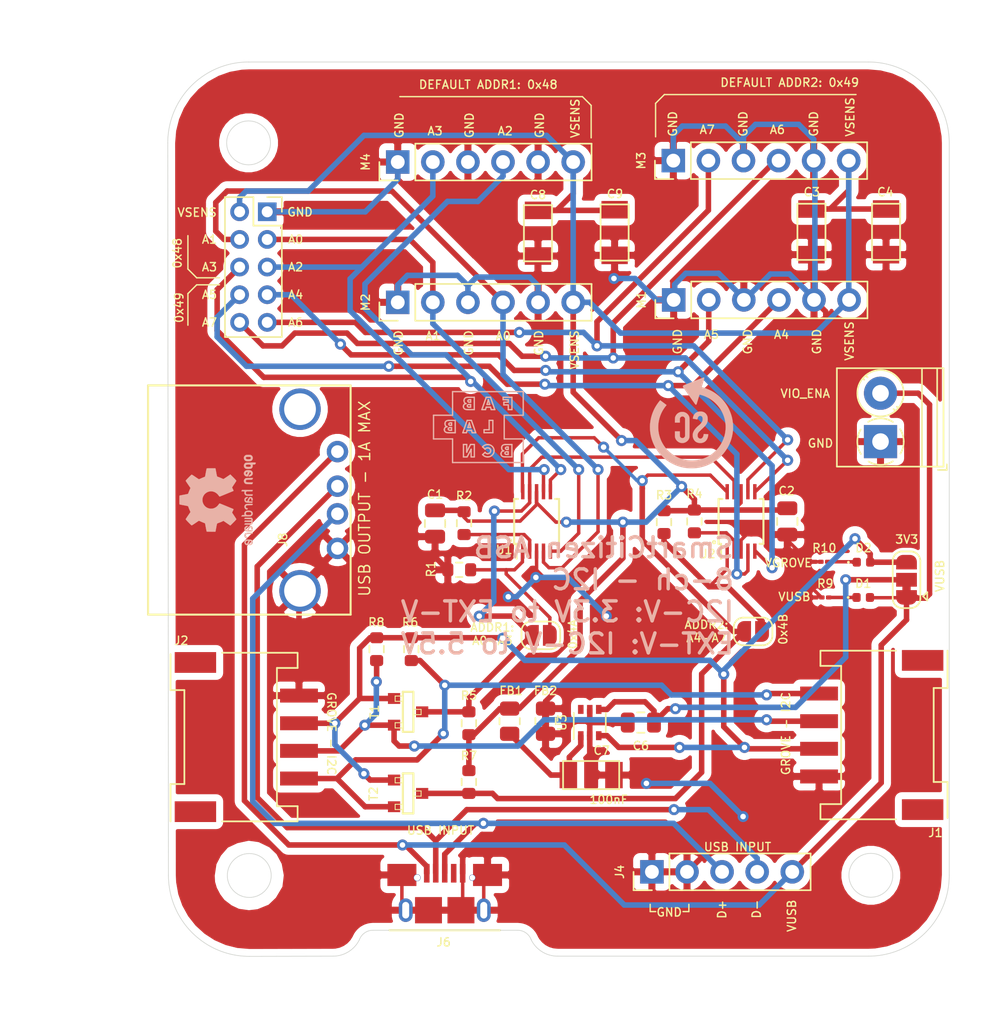
<source format=kicad_pcb>
(kicad_pcb (version 20171130) (host pcbnew "(5.1.5-0-10_14)")
  (layers (0 F.Cu signal) (31 B.Cu signal) (34 B.Paste user) (35 F.Paste user) (36 B.SilkS user) (37 F.SilkS user) (38 B.Mask user hide) (39 F.Mask user) (44 Edge.Cuts user))
  (net 0 "")
  (net 1 GND)
  (net 2 VCC)
  (net 3 SDA3V3)
  (net 4 SCL3V3)
  (net 5 A4)
  (net 6 A5)
  (net 7 A2)
  (net 8 A3)
  (net 9 A0)
  (net 10 A1)
  (net 11 A6)
  (net 12 A7)
  (net 13 ADDR1)
  (net 14 ALRT1)
  (net 15 ADDR2)
  (net 16 ALRT2)
  (net 17 SDA)
  (net 18 SCL)
  (net 19 VCC_PRE)
  (net 20 VUSB)
  (net 21 "Net-(D1-Pad1)")
  (net 22 VGROVE)
  (net 23 "Net-(D2-Pad1)")
  (net 24 D-)
  (net 25 D+)
  (net 26 "Net-(C7-Pad1)")
  (module Symbol:OSHW-Logo2_7.3x6mm_SilkScreen (layer B.Cu) (at 129.45 89.9 270)
    (fp_text reference REF** hide)
    (fp_text value OSHW-Logo2_7.3x6mm_SilkScreen hide)
  )
  (module fab:fablab_logo (layer B.Cu) (at 148.65 89 180)
    (fp_text reference REF** hide)
    (fp_text value fablab_logo hide)
  )
  (module LOGO:Logo_5000 (layer B.Cu) (at 163.6 84.3 180)
    (fp_text reference G*** hide)
    (fp_text value LOGO hide)
  )
  (module Connector_USB:USB_Micro-B_XKB-U254-051T-4BH83-F1S_Horizontal (layer F.Cu) (at 145.9 116.9)
    (fp_text reference J6 (at -0.0762 4.99364) (layer F.SilkS) (effects (font (size 0.6 0.6) (thickness 0.1))))
    (fp_text value USB_B_Micro)
    (pad 6 thru_hole oval (at 2 0.325) (size 0.45 0.45) (drill 0.4) (layers *.Cu *.Mask) (net 1 GND))
    (pad 6 thru_hole oval (at -2 0.325) (size 0.5 0.5) (drill 0.45) (layers *.Cu *.Mask) (net 1 GND))
    (pad 5 thru_hole oval (at 2.825 2.675) (size 1 1.7) (drill oval 0.5 1.2) (layers *.Cu *.Mask) (net 1 GND))
    (pad 5 thru_hole oval (at -2.825 2.675) (size 1 1.7) (drill oval 0.5 1.2) (layers *.Cu *.Mask) (net 1 GND))
    (pad 5 smd rect (at 1.175 2.675) (size 1.95 1.9) (layers F.Cu F.Paste F.Mask) (net 1 GND))
    (pad 5 smd rect (at -1.175 2.675) (size 1.95 1.9) (layers F.Cu F.Paste F.Mask) (net 1 GND))
    (pad 5 smd rect (at 3.1 0.125) (size 2.1 1.6) (layers F.Cu F.Paste F.Mask) (net 1 GND))
    (pad 5 smd rect (at -3.1 0.125) (size 2.1 1.6) (layers F.Cu F.Paste F.Mask) (net 1 GND))
    (pad 5 smd rect (at 1.3 0) (size 0.4 1.35) (layers F.Cu F.Paste F.Mask) (net 1 GND))
    (pad 4 smd rect (at 0.65 0) (size 0.4 1.35) (layers F.Cu F.Paste F.Mask))
    (pad 3 smd rect (at 0 0) (size 0.4 1.35) (layers F.Cu F.Paste F.Mask) (net 25 D+))
    (pad 2 smd rect (at -0.65 0) (size 0.4 1.35) (layers F.Cu F.Paste F.Mask) (net 24 D-))
    (pad 1 smd rect (at -1.3 0) (size 0.4 1.35) (layers F.Cu F.Paste F.Mask) (net 20 VUSB))
  )
  (module fab:fab-SOT-23 (layer F.Cu) (at 143.25 111.15 90)
    (fp_text reference T2 (at 0 -2.5 90) (layer F.SilkS) (effects (font (size 0.6 0.6) (thickness 0.1))))
    (fp_text value NMOSFETSOT23 hide)
    (pad 3 smd rect (at 0.9906 -1.016 90) (size 0.7874 0.889) (layers F.Cu F.Paste F.Mask) (net 22 VGROVE))
    (pad 2 smd rect (at -0.9398 -1.016 90) (size 0.7874 0.889) (layers F.Cu F.Paste F.Mask) (net 4 SCL3V3))
    (pad 1 smd rect (at 0.0254 1.016 90) (size 0.7874 0.889) (layers F.Cu F.Paste F.Mask) (net 18 SCL))
  )
  (module fab:fab-SOT-23 (layer F.Cu) (at 143.25 105.25 90)
    (fp_text reference T1 (at 0.025 -2.425 90) (layer F.SilkS) (effects (font (size 0.6 0.6) (thickness 0.1))))
    (fp_text value NMOSFETSOT23 hide)
    (pad 3 smd rect (at 0.9906 -1.016 90) (size 0.7874 0.889) (layers F.Cu F.Paste F.Mask) (net 22 VGROVE))
    (pad 2 smd rect (at -0.9398 -1.016 90) (size 0.7874 0.889) (layers F.Cu F.Paste F.Mask) (net 3 SDA3V3))
    (pad 1 smd rect (at 0.0254 1.016 90) (size 0.7874 0.889) (layers F.Cu F.Paste F.Mask) (net 17 SDA))
  )
  (module fab:fab-C1206FAB (layer F.Cu) (at 158.2 70.55 270)
    (fp_text reference C9 (at -2.8 -0.025 180) (layer F.SilkS) (effects (font (size 0.6 0.6) (thickness 0.1))))
    (fp_text value 100nF hide)
    (pad 2 smd rect (at 1.651 0 270) (size 1.27 1.905) (layers F.Cu F.Paste F.Mask) (net 1 GND))
    (pad 1 smd rect (at -1.651 0 270) (size 1.27 1.905) (layers F.Cu F.Paste F.Mask) (net 2 VCC))
  )
  (module fab:fab-C1206FAB (layer F.Cu) (at 152.65 70.6 270)
    (fp_text reference C8 (at -2.775 0 180) (layer F.SilkS) (effects (font (size 0.6 0.6) (thickness 0.1))))
    (fp_text value 10nF hide)
    (pad 2 smd rect (at 1.651 0 270) (size 1.27 1.905) (layers F.Cu F.Paste F.Mask) (net 1 GND))
    (pad 1 smd rect (at -1.651 0 270) (size 1.27 1.905) (layers F.Cu F.Paste F.Mask) (net 2 VCC))
  )
  (module fab:fab-C1206FAB (layer F.Cu) (at 156.5 109.8)
    (fp_text reference C7 (at 0.762 -1.778) (layer F.SilkS) (effects (font (size 0.6 0.6) (thickness 0.1))))
    (fp_text value 100nF (at 1.27 1.778) (layer F.SilkS) (effects (font (size 0.6 0.6) (thickness 0.1))))
    (pad 2 smd rect (at 1.651 0) (size 1.27 1.905) (layers F.Cu F.Paste F.Mask) (net 1 GND))
    (pad 1 smd rect (at -1.651 0) (size 1.27 1.905) (layers F.Cu F.Paste F.Mask) (net 26 "Net-(C7-Pad1)"))
  )
  (module fab:fab-C1206FAB (layer F.Cu) (at 177.85 70.5 270)
    (fp_text reference C4 (at -2.875 0.05) (layer F.SilkS) (effects (font (size 0.6 0.6) (thickness 0.1))))
    (fp_text value 100nF hide)
    (pad 2 smd rect (at 1.651 0 270) (size 1.27 1.905) (layers F.Cu F.Paste F.Mask) (net 1 GND))
    (pad 1 smd rect (at -1.651 0 270) (size 1.27 1.905) (layers F.Cu F.Paste F.Mask) (net 2 VCC))
  )
  (module fab:fab-C1206FAB (layer F.Cu) (at 172.45 70.5 270)
    (fp_text reference C3 (at -2.875 -0.025 180) (layer F.SilkS) (effects (font (size 0.6 0.6) (thickness 0.1))))
    (fp_text value 10nF hide)
    (pad 2 smd rect (at 1.651 0 270) (size 1.27 1.905) (layers F.Cu F.Paste F.Mask) (net 1 GND))
    (pad 1 smd rect (at -1.651 0 270) (size 1.27 1.905) (layers F.Cu F.Paste F.Mask) (net 2 VCC))
  )
  (module Connector_PinSocket_2.00mm:PinSocket_2x05_P2.00mm_Vertical (layer F.Cu) (at 133.05 69.05)
    (fp_text reference J5 hide)
    (fp_text value Conn_02x05_Odd_Even)
    (pad 10 thru_hole oval (at -2 8) (size 1.35 1.35) (drill 0.8) (layers *.Cu *.Mask) (net 11 A6))
    (pad 9 thru_hole oval (at 0 8) (size 1.35 1.35) (drill 0.8) (layers *.Cu *.Mask) (net 12 A7))
    (pad 8 thru_hole oval (at -2 6) (size 1.35 1.35) (drill 0.8) (layers *.Cu *.Mask) (net 5 A4))
    (pad 7 thru_hole oval (at 0 6) (size 1.35 1.35) (drill 0.8) (layers *.Cu *.Mask) (net 6 A5))
    (pad 6 thru_hole oval (at -2 4) (size 1.35 1.35) (drill 0.8) (layers *.Cu *.Mask) (net 7 A2))
    (pad 5 thru_hole oval (at 0 4) (size 1.35 1.35) (drill 0.8) (layers *.Cu *.Mask) (net 8 A3))
    (pad 4 thru_hole oval (at -2 2) (size 1.35 1.35) (drill 0.8) (layers *.Cu *.Mask) (net 9 A0))
    (pad 3 thru_hole oval (at 0 2) (size 1.35 1.35) (drill 0.8) (layers *.Cu *.Mask) (net 10 A1))
    (pad 2 thru_hole oval (at -2 0) (size 1.35 1.35) (drill 0.8) (layers *.Cu *.Mask) (net 2 VCC))
    (pad 1 thru_hole rect (at 0 0) (size 1.35 1.35) (drill 0.8) (layers *.Cu *.Mask) (net 1 GND))
  )
  (module OPL_Connector:HW4-SMD-2.0-90D (layer F.Cu) (at 130.55 107.05 90)
    (fp_text reference J2 (at 6.975 -3.725 180) (layer F.SilkS) (effects (font (size 0.6 0.6) (thickness 0.1))))
    (fp_text value GROVE2)
    (pad 1 smd rect (at -2.99974 4.7997 180) (size 2.73812 1.00838) (layers F.Cu F.Paste F.Mask) (net 4 SCL3V3))
    (pad 2 smd rect (at -0.99822 4.7997 180) (size 2.73812 1.00838) (layers F.Cu F.Paste F.Mask) (net 3 SDA3V3))
    (pad 3 smd rect (at 0.99822 4.7997 180) (size 2.73812 1.00838) (layers F.Cu F.Paste F.Mask) (net 22 VGROVE))
    (pad 4 smd rect (at 2.99974 4.7997 180) (size 2.73812 1.00838) (layers F.Cu F.Paste F.Mask) (net 1 GND))
    (pad 5 smd rect (at -5.3975 -2.69838 180) (size 2.99974 1.5) (layers F.Cu F.Paste F.Mask))
    (pad 6 smd rect (at 5.3975 -2.69838 180) (size 2.99974 1.5) (layers F.Cu F.Paste F.Mask))
  )
  (module OPL_Connector:HW4-SMD-2.0-90D (layer F.Cu) (at 177.8 106.9 270)
    (fp_text reference J1 (at 7.075 -3.625 180) (layer F.SilkS) (effects (font (size 0.6 0.6) (thickness 0.1))))
    (fp_text value GROVE1)
    (pad 1 smd rect (at -2.99974 4.7997) (size 2.73812 1.00838) (layers F.Cu F.Paste F.Mask) (net 4 SCL3V3))
    (pad 2 smd rect (at -0.99822 4.7997) (size 2.73812 1.00838) (layers F.Cu F.Paste F.Mask) (net 3 SDA3V3))
    (pad 3 smd rect (at 0.99822 4.7997) (size 2.73812 1.00838) (layers F.Cu F.Paste F.Mask) (net 22 VGROVE))
    (pad 4 smd rect (at 2.99974 4.7997) (size 2.73812 1.00838) (layers F.Cu F.Paste F.Mask) (net 1 GND))
    (pad 5 smd rect (at -5.3975 -2.69838) (size 2.99974 1.5) (layers F.Cu F.Paste F.Mask))
    (pad 6 smd rect (at 5.3975 -2.69838) (size 2.99974 1.5) (layers F.Cu F.Paste F.Mask))
  )
  (module Package_TO_SOT_SMD:SOT-363_SC-70-6 (layer F.Cu) (at 156.4 106 90)
    (fp_text reference U3 (at 0 -2 90) (layer F.SilkS) (effects (font (size 0.6 0.6) (thickness 0.1))))
    (fp_text value SiP32431DR3)
    (pad 6 smd rect (at 0.95 -0.65 90) (size 0.65 0.4) (layers F.Cu F.Paste F.Mask))
    (pad 4 smd rect (at 0.95 0.65 90) (size 0.65 0.4) (layers F.Cu F.Paste F.Mask) (net 19 VCC_PRE))
    (pad 2 smd rect (at -0.95 0 90) (size 0.65 0.4) (layers F.Cu F.Paste F.Mask) (net 1 GND))
    (pad 5 smd rect (at 0.95 0 90) (size 0.65 0.4) (layers F.Cu F.Paste F.Mask) (net 1 GND))
    (pad 3 smd rect (at -0.95 0.65 90) (size 0.65 0.4) (layers F.Cu F.Paste F.Mask) (net 22 VGROVE))
    (pad 1 smd rect (at -0.95 -0.65 90) (size 0.65 0.4) (layers F.Cu F.Paste F.Mask) (net 26 "Net-(C7-Pad1)"))
  )
  (module Package_SO:TSSOP-10_3x3mm_P0.5mm (layer F.Cu) (at 167.35 91.45 90)
    (fp_text reference U2 (at -2.35 -2.45 180) (layer F.SilkS) (effects (font (size 0.6 0.6) (thickness 0.1))))
    (fp_text value ADS1115IDGSR)
    (pad 10 smd rect (at 2.15 -1 90) (size 1.1 0.25) (layers F.Cu F.Paste F.Mask) (net 18 SCL))
    (pad 9 smd rect (at 2.15 -0.5 90) (size 1.1 0.25) (layers F.Cu F.Paste F.Mask) (net 17 SDA))
    (pad 8 smd rect (at 2.15 0 90) (size 1.1 0.25) (layers F.Cu F.Paste F.Mask) (net 2 VCC))
    (pad 7 smd rect (at 2.15 0.5 90) (size 1.1 0.25) (layers F.Cu F.Paste F.Mask) (net 12 A7))
    (pad 6 smd rect (at 2.15 1 90) (size 1.1 0.25) (layers F.Cu F.Paste F.Mask) (net 11 A6))
    (pad 5 smd rect (at -2.15 1 90) (size 1.1 0.25) (layers F.Cu F.Paste F.Mask) (net 6 A5))
    (pad 4 smd rect (at -2.15 0.5 90) (size 1.1 0.25) (layers F.Cu F.Paste F.Mask) (net 5 A4))
    (pad 3 smd rect (at -2.15 0 90) (size 1.1 0.25) (layers F.Cu F.Paste F.Mask) (net 1 GND))
    (pad 2 smd rect (at -2.15 -0.5 90) (size 1.1 0.25) (layers F.Cu F.Paste F.Mask) (net 16 ALRT2))
    (pad 1 smd rect (at -2.15 -1 90) (size 1.1 0.25) (layers F.Cu F.Paste F.Mask) (net 15 ADDR2))
  )
  (module Resistor_SMD:R_01005_0402Metric (layer F.Cu) (at 173.38 94.37)
    (fp_text reference R10 (at 0 -1) (layer F.SilkS) (effects (font (size 0.6 0.6) (thickness 0.1))))
    (fp_text value 1kΩ)
    (pad 2 smd roundrect (at 0.25 0) (size 0.4 0.3) (layers F.Cu F.Mask) (net 23 "Net-(D2-Pad1)"))
    (pad 1 smd roundrect (at -0.25 0) (size 0.4 0.3) (layers F.Cu F.Mask) (net 1 GND))
  )
  (module Resistor_SMD:R_01005_0402Metric (layer F.Cu) (at 173.45 96.95)
    (fp_text reference R9 (at 0 -1) (layer F.SilkS) (effects (font (size 0.6 0.6) (thickness 0.1))))
    (fp_text value 1kΩ)
    (pad 2 smd roundrect (at 0.25 0) (size 0.4 0.3) (layers F.Cu F.Mask) (net 21 "Net-(D1-Pad1)"))
    (pad 1 smd roundrect (at -0.25 0) (size 0.4 0.3) (layers F.Cu F.Mask) (net 1 GND))
  )
  (module Resistor_SMD:R_0603_1608Metric (layer F.Cu) (at 140.97 100.69 270)
    (fp_text reference R8 (at -1.94 0.02 180) (layer F.SilkS) (effects (font (size 0.6 0.6) (thickness 0.1))))
    (fp_text value 10kΩ)
    (pad 2 smd roundrect (at 0.825 0 270) (size 0.8 0.95) (layers F.Cu F.Paste F.Mask) (net 3 SDA3V3))
    (pad 1 smd roundrect (at -0.825 0 270) (size 0.8 0.95) (layers F.Cu F.Paste F.Mask) (net 22 VGROVE))
  )
  (module Resistor_SMD:R_0603_1608Metric (layer F.Cu) (at 147.65 110.3 270)
    (fp_text reference R7 (at -1.9 0 180) (layer F.SilkS) (effects (font (size 0.6 0.6) (thickness 0.1))))
    (fp_text value 10kΩ)
    (pad 2 smd roundrect (at 0.825 0 270) (size 0.8 0.95) (layers F.Cu F.Paste F.Mask) (net 18 SCL))
    (pad 1 smd roundrect (at -0.825 0 270) (size 0.8 0.95) (layers F.Cu F.Paste F.Mask) (net 2 VCC))
  )
  (module Resistor_SMD:R_0603_1608Metric (layer F.Cu) (at 143.48 100.69 270)
    (fp_text reference R6 (at -1.94 0.08 180) (layer F.SilkS) (effects (font (size 0.6 0.6) (thickness 0.1))))
    (fp_text value 10kΩ)
    (pad 2 smd roundrect (at 0.825 0 270) (size 0.8 0.95) (layers F.Cu F.Paste F.Mask) (net 4 SCL3V3))
    (pad 1 smd roundrect (at -0.825 0 270) (size 0.8 0.95) (layers F.Cu F.Paste F.Mask) (net 22 VGROVE))
  )
  (module Resistor_SMD:R_0603_1608Metric (layer F.Cu) (at 147.65 106.05 90)
    (fp_text reference R5 (at 2 0 180) (layer F.SilkS) (effects (font (size 0.6 0.6) (thickness 0.1))))
    (fp_text value 10kΩ)
    (pad 2 smd roundrect (at 0.825 0 90) (size 0.8 0.95) (layers F.Cu F.Paste F.Mask) (net 17 SDA))
    (pad 1 smd roundrect (at -0.825 0 90) (size 0.8 0.95) (layers F.Cu F.Paste F.Mask) (net 2 VCC))
  )
  (module Resistor_SMD:R_0603_1608Metric (layer F.Cu) (at 163.975 91.45 270)
    (fp_text reference R4 (at -2 0 180) (layer F.SilkS) (effects (font (size 0.6 0.6) (thickness 0.1))))
    (fp_text value 10kΩ)
    (pad 2 smd roundrect (at 0.825 0 270) (size 0.8 0.95) (layers F.Cu F.Paste F.Mask) (net 16 ALRT2))
    (pad 1 smd roundrect (at -0.825 0 270) (size 0.8 0.95) (layers F.Cu F.Paste F.Mask) (net 2 VCC))
  )
  (module Resistor_SMD:R_0603_1608Metric (layer F.Cu) (at 161.775 91.5 90)
    (fp_text reference R3 (at 1.95 0) (layer F.SilkS) (effects (font (size 0.6 0.6) (thickness 0.1))))
    (fp_text value 10kΩ)
    (pad 2 smd roundrect (at 0.825 0 90) (size 0.8 0.95) (layers F.Cu F.Paste F.Mask) (net 2 VCC))
    (pad 1 smd roundrect (at -0.825 0 90) (size 0.8 0.95) (layers F.Cu F.Paste F.Mask) (net 15 ADDR2))
  )
  (module Resistor_SMD:R_0603_1608Metric (layer F.Cu) (at 147.3 91.575 270)
    (fp_text reference R2 (at -1.975 0 180) (layer F.SilkS) (effects (font (size 0.6 0.6) (thickness 0.1))))
    (fp_text value 10kΩ)
    (pad 2 smd roundrect (at 0.825 0 270) (size 0.8 0.95) (layers F.Cu F.Paste F.Mask) (net 14 ALRT1))
    (pad 1 smd roundrect (at -0.825 0 270) (size 0.8 0.95) (layers F.Cu F.Paste F.Mask) (net 2 VCC))
  )
  (module Resistor_SMD:R_0603_1608Metric (layer F.Cu) (at 146.95 94.95 180)
    (fp_text reference R1 (at 2.05 0.05 90) (layer F.SilkS) (effects (font (size 0.6 0.6) (thickness 0.1))))
    (fp_text value 10kΩ)
    (pad 2 smd roundrect (at 0.825 0 180) (size 0.8 0.95) (layers F.Cu F.Paste F.Mask) (net 1 GND))
    (pad 1 smd roundrect (at -0.825 0 180) (size 0.8 0.95) (layers F.Cu F.Paste F.Mask) (net 13 ADDR1))
  )
  (module Connector_PinHeader_2.54mm:PinHeader_1x06_P2.54mm_Vertical (layer F.Cu) (at 142.5 65.45 90)
    (fp_text reference M4 (at 0 -2.33 90) (layer F.SilkS) (effects (font (size 0.6 0.6) (thickness 0.1))))
    (fp_text value PINHD-1x06-HEADER)
    (pad 6 thru_hole oval (at 0 12.7 90) (size 1.7 1.7) (drill 1) (layers *.Cu *.Mask) (net 2 VCC))
    (pad 5 thru_hole oval (at 0 10.16 90) (size 1.7 1.7) (drill 1) (layers *.Cu *.Mask) (net 1 GND))
    (pad 4 thru_hole oval (at 0 7.62 90) (size 1.7 1.7) (drill 1) (layers *.Cu *.Mask) (net 7 A2))
    (pad 3 thru_hole oval (at 0 5.08 90) (size 1.7 1.7) (drill 1) (layers *.Cu *.Mask) (net 1 GND))
    (pad 2 thru_hole oval (at 0 2.54 90) (size 1.7 1.7) (drill 1) (layers *.Cu *.Mask) (net 8 A3))
    (pad 1 thru_hole rect (at 0 0 90) (size 1.7 1.7) (drill 1) (layers *.Cu *.Mask) (net 1 GND))
  )
  (module Connector_PinHeader_2.54mm:PinHeader_1x06_P2.54mm_Vertical (layer F.Cu) (at 162.45 65.35 90)
    (fp_text reference M3 (at 0 -2.33 90) (layer F.SilkS) (effects (font (size 0.6 0.6) (thickness 0.1))))
    (fp_text value PINHD-1x06-HEADER)
    (pad 6 thru_hole oval (at 0 12.7 90) (size 1.7 1.7) (drill 1) (layers *.Cu *.Mask) (net 2 VCC))
    (pad 5 thru_hole oval (at 0 10.16 90) (size 1.7 1.7) (drill 1) (layers *.Cu *.Mask) (net 1 GND))
    (pad 4 thru_hole oval (at 0 7.62 90) (size 1.7 1.7) (drill 1) (layers *.Cu *.Mask) (net 11 A6))
    (pad 3 thru_hole oval (at 0 5.08 90) (size 1.7 1.7) (drill 1) (layers *.Cu *.Mask) (net 1 GND))
    (pad 2 thru_hole oval (at 0 2.54 90) (size 1.7 1.7) (drill 1) (layers *.Cu *.Mask) (net 12 A7))
    (pad 1 thru_hole rect (at 0 0 90) (size 1.7 1.7) (drill 1) (layers *.Cu *.Mask) (net 1 GND))
  )
  (module Connector_PinHeader_2.54mm:PinHeader_1x06_P2.54mm_Vertical (layer F.Cu) (at 142.5 75.6 90)
    (fp_text reference M2 (at 0 -2.33 90) (layer F.SilkS) (effects (font (size 0.6 0.6) (thickness 0.1))))
    (fp_text value PINHD-1x06-HEADER)
    (pad 6 thru_hole oval (at 0 12.7 90) (size 1.7 1.7) (drill 1) (layers *.Cu *.Mask) (net 2 VCC))
    (pad 5 thru_hole oval (at 0 10.16 90) (size 1.7 1.7) (drill 1) (layers *.Cu *.Mask) (net 1 GND))
    (pad 4 thru_hole oval (at 0 7.62 90) (size 1.7 1.7) (drill 1) (layers *.Cu *.Mask) (net 9 A0))
    (pad 3 thru_hole oval (at 0 5.08 90) (size 1.7 1.7) (drill 1) (layers *.Cu *.Mask) (net 1 GND))
    (pad 2 thru_hole oval (at 0 2.54 90) (size 1.7 1.7) (drill 1) (layers *.Cu *.Mask) (net 10 A1))
    (pad 1 thru_hole rect (at 0 0 90) (size 1.7 1.7) (drill 1) (layers *.Cu *.Mask) (net 1 GND))
  )
  (module Connector_PinHeader_2.54mm:PinHeader_1x06_P2.54mm_Vertical (layer F.Cu) (at 162.475 75.425 90)
    (fp_text reference M1 (at 0 -2.33 90) (layer F.SilkS) (effects (font (size 0.6 0.6) (thickness 0.1))))
    (fp_text value PINHD-1x06-HEADER)
    (pad 6 thru_hole oval (at 0 12.7 90) (size 1.7 1.7) (drill 1) (layers *.Cu *.Mask) (net 2 VCC))
    (pad 5 thru_hole oval (at 0 10.16 90) (size 1.7 1.7) (drill 1) (layers *.Cu *.Mask) (net 1 GND))
    (pad 4 thru_hole oval (at 0 7.62 90) (size 1.7 1.7) (drill 1) (layers *.Cu *.Mask) (net 5 A4))
    (pad 3 thru_hole oval (at 0 5.08 90) (size 1.7 1.7) (drill 1) (layers *.Cu *.Mask) (net 1 GND))
    (pad 2 thru_hole oval (at 0 2.54 90) (size 1.7 1.7) (drill 1) (layers *.Cu *.Mask) (net 6 A5))
    (pad 1 thru_hole rect (at 0 0 90) (size 1.7 1.7) (drill 1) (layers *.Cu *.Mask) (net 1 GND))
  )
  (module Connector_USB:USB_A_Amphenol_87520-1110BLF (layer F.Cu) (at 135.425 89.9 270)
    (fp_text reference J8 (at 2.88036 1.2366 90) (layer F.SilkS) (effects (font (size 0.6 0.6) (thickness 0.1))))
    (fp_text value USB_A)
    (pad 6 thru_hole circle (at -6.57 0 270) (size 3 3) (drill 2.3) (layers *.Cu *.Mask))
    (pad 5 thru_hole circle (at 6.57 0 270) (size 3 3) (drill 2.3) (layers *.Cu *.Mask) (net 1 GND))
    (pad 4 thru_hole circle (at 3.5 -2.71 270) (size 1.55 1.55) (drill 0.92) (layers *.Cu *.Mask) (net 1 GND))
    (pad 3 thru_hole circle (at 1 -2.71 270) (size 1.55 1.55) (drill 0.92) (layers *.Cu *.Mask) (net 25 D+))
    (pad 2 thru_hole circle (at -1 -2.71 270) (size 1.55 1.55) (drill 0.92) (layers *.Cu *.Mask) (net 24 D-))
    (pad 1 thru_hole circle (at -3.5 -2.71 270) (size 1.55 1.55) (drill 0.92) (layers *.Cu *.Mask) (net 20 VUSB))
  )
  (module Connector_PinHeader_2.54mm:PinHeader_1x05_P2.54mm_Vertical (layer F.Cu) (at 160.9 116.8 90)
    (fp_text reference J4 (at 0 -2.33 90) (layer F.SilkS) (effects (font (size 0.6 0.6) (thickness 0.1))))
    (fp_text value USB_BULGIN)
    (pad 5 thru_hole oval (at 0 10.16 90) (size 1.7 1.7) (drill 1) (layers *.Cu *.Mask) (net 20 VUSB))
    (pad 4 thru_hole oval (at 0 7.62 90) (size 1.7 1.7) (drill 1) (layers *.Cu *.Mask) (net 24 D-))
    (pad 3 thru_hole oval (at 0 5.08 90) (size 1.7 1.7) (drill 1) (layers *.Cu *.Mask) (net 25 D+))
    (pad 2 thru_hole oval (at 0 2.54 90) (size 1.7 1.7) (drill 1) (layers *.Cu *.Mask) (net 1 GND))
    (pad 1 thru_hole rect (at 0 0 90) (size 1.7 1.7) (drill 1) (layers *.Cu *.Mask) (net 1 GND))
  )
  (module Resistor_SMD:R_0805_2012Metric (layer F.Cu) (at 153.2 105.9 90)
    (fp_text reference FB2 (at 2.2 0 180) (layer F.SilkS) (effects (font (size 0.6 0.6) (thickness 0.1))))
    (fp_text value 1.5kΩ)
    (pad 2 smd roundrect (at 0.9125 0 90) (size 1.025 1.4) (layers F.Cu F.Paste F.Mask) (roundrect_rratio 0.243902) (net 1 GND))
    (pad 1 smd roundrect (at -0.9125 0 90) (size 1.025 1.4) (layers F.Cu F.Paste F.Mask) (roundrect_rratio 0.243902) (net 1 GND))
  )
  (module Resistor_SMD:R_0805_2012Metric (layer F.Cu) (at 150.6 105.9 270)
    (fp_text reference FB1 (at -2.2 -0.1 180) (layer F.SilkS) (effects (font (size 0.6 0.6) (thickness 0.1))))
    (fp_text value 1.5kΩ)
    (pad 2 smd roundrect (at 0.9125 0 270) (size 1.025 1.4) (layers F.Cu F.Paste F.Mask) (roundrect_rratio 0.243902) (net 26 "Net-(C7-Pad1)"))
    (pad 1 smd roundrect (at -0.9125 0 270) (size 1.025 1.4) (layers F.Cu F.Paste F.Mask) (roundrect_rratio 0.243902) (net 2 VCC))
  )
  (module LED_SMD:LED_0402_1005Metric (layer F.Cu) (at 176.215 94.4)
    (fp_text reference D2 (at 0 -1.03) (layer F.SilkS) (effects (font (size 0.6 0.6) (thickness 0.1))))
    (fp_text value WHITE_LED)
    (pad 2 smd roundrect (at 0.485 0) (size 0.59 0.64) (layers F.Cu F.Paste F.Mask) (net 22 VGROVE))
    (pad 1 smd roundrect (at -0.485 0) (size 0.59 0.64) (layers F.Cu F.Paste F.Mask) (net 23 "Net-(D2-Pad1)"))
  )
  (module LED_SMD:LED_0402_1005Metric (layer F.Cu) (at 176.2 96.95)
    (fp_text reference D1 (at 0 -1) (layer F.SilkS) (effects (font (size 0.6 0.6) (thickness 0.1))))
    (fp_text value RED_LED)
    (pad 2 smd roundrect (at 0.485 0) (size 0.59 0.64) (layers F.Cu F.Paste F.Mask) (net 20 VUSB))
    (pad 1 smd roundrect (at -0.485 0) (size 0.59 0.64) (layers F.Cu F.Paste F.Mask) (net 21 "Net-(D1-Pad1)"))
  )
  (module Capacitor_SMD:C_0805_2012Metric (layer F.Cu) (at 160.1 106 180)
    (fp_text reference C6 (at 0 -1.68) (layer F.SilkS) (effects (font (size 0.6 0.6) (thickness 0.1))))
    (fp_text value 1uF)
    (pad 2 smd roundrect (at 0.95 0 180) (size 1 1.45) (layers F.Cu F.Paste F.Mask) (net 1 GND))
    (pad 1 smd roundrect (at -0.95 0 180) (size 1 1.45) (layers F.Cu F.Paste F.Mask) (net 19 VCC_PRE))
  )
  (module Capacitor_SMD:C_0805_2012Metric (layer F.Cu) (at 170.7 91.45 270)
    (fp_text reference C2 (at -2.2 0.05 180) (layer F.SilkS) (effects (font (size 0.6 0.6) (thickness 0.1))))
    (fp_text value 1uF)
    (pad 2 smd roundrect (at 0.95 0 270) (size 1 1.45) (layers F.Cu F.Paste F.Mask) (net 1 GND))
    (pad 1 smd roundrect (at -0.95 0 270) (size 1 1.45) (layers F.Cu F.Paste F.Mask) (net 2 VCC))
  )
  (module Capacitor_SMD:C_0805_2012Metric (layer F.Cu) (at 145.2 91.6 270)
    (fp_text reference C1 (at -2.1 0 180) (layer F.SilkS) (effects (font (size 0.6 0.6) (thickness 0.1))))
    (fp_text value 1uF)
    (pad 2 smd roundrect (at 0.95 0 270) (size 1 1.45) (layers F.Cu F.Paste F.Mask) (net 1 GND))
    (pad 1 smd roundrect (at -0.95 0 270) (size 1 1.45) (layers F.Cu F.Paste F.Mask) (net 2 VCC))
  )
  (module Jumper:SolderJumper-2_P1.3mm_Open_RoundedPad1.0x1.5mm (layer F.Cu) (at 168.2235 99.4084 180)
    (fp_text reference JP3 hide)
    (fp_text value Jumper_2_Open)
    (pad 2 smd custom (at 0.65 0 180) (size 1 0.5) (layers F.Cu F.Mask) (net 18 SCL) (options (clearance outline) (anchor rect)) (primitives (gr_circle (center 0 0.25) (end 0.5 0.25) (width 0)) (gr_circle (center 0 -0.25) (end 0.5 -0.25) (width 0)) (gr_poly (pts (xy 0 -0.75) (xy -0.5 -0.75) (xy -0.5 0.75) (xy 0 0.75)) (width 0))))
    (pad 1 smd custom (at -0.65 0 180) (size 1 0.5) (layers F.Cu F.Mask) (net 15 ADDR2) (options (clearance outline) (anchor rect)) (primitives (gr_circle (center 0 0.25) (end 0.5 0.25) (width 0)) (gr_circle (center 0 -0.25) (end 0.5 -0.25) (width 0)) (gr_poly (pts (xy 0 -0.75) (xy 0.5 -0.75) (xy 0.5 0.75) (xy 0 0.75)) (width 0))))
  )
  (module Jumper:SolderJumper-2_P1.3mm_Open_RoundedPad1.0x1.5mm (layer F.Cu) (at 152.859 99.6909 180)
    (fp_text reference JP2 hide)
    (fp_text value Jumper_2_Open)
    (pad 2 smd custom (at 0.65 0 180) (size 1 0.5) (layers F.Cu F.Mask) (net 17 SDA) (options (clearance outline) (anchor rect)) (primitives (gr_circle (center 0 0.25) (end 0.5 0.25) (width 0)) (gr_circle (center 0 -0.25) (end 0.5 -0.25) (width 0)) (gr_poly (pts (xy 0 -0.75) (xy -0.5 -0.75) (xy -0.5 0.75) (xy 0 0.75)) (width 0))))
    (pad 1 smd custom (at -0.65 0 180) (size 1 0.5) (layers F.Cu F.Mask) (net 13 ADDR1) (options (clearance outline) (anchor rect)) (primitives (gr_circle (center 0 0.25) (end 0.5 0.25) (width 0)) (gr_circle (center 0 -0.25) (end 0.5 -0.25) (width 0)) (gr_poly (pts (xy 0 -0.75) (xy 0.5 -0.75) (xy 0.5 0.75) (xy 0 0.75)) (width 0))))
  )
  (module Jumper:SolderJumper-3_P1.3mm_Bridged12_RoundedPad1.0x1.5mm (layer F.Cu) (at 179.3319 95.6705 90)
    (fp_text reference JP1 hide)
    (fp_text value J3_Bridged12)
    (fp_poly (pts (xy -0.9 -0.3) (xy -0.4 -0.3) (xy -0.4 0.3) (xy -0.9 0.3)) (layer F.Cu) (width 0))
    (pad 1 smd custom (at -1.3 0 90) (size 1 0.5) (layers F.Cu F.Mask) (net 20 VUSB) (options (clearance outline) (anchor rect)) (primitives (gr_circle (center 0 0.25) (end 0.5 0.25) (width 0)) (gr_circle (center 0 -0.25) (end 0.5 -0.25) (width 0)) (gr_poly (pts (xy 0.55 -0.75) (xy 0 -0.75) (xy 0 0.75) (xy 0.55 0.75)) (width 0))))
    (pad 2 smd rect (at 0 0 90) (size 1 1.5) (layers F.Cu F.Mask) (net 19 VCC_PRE))
    (pad 3 smd custom (at 1.3 0 90) (size 1 0.5) (layers F.Cu F.Mask) (net 22 VGROVE) (options (clearance outline) (anchor rect)) (primitives (gr_circle (center 0 0.25) (end 0.5 0.25) (width 0)) (gr_circle (center 0 -0.25) (end 0.5 -0.25) (width 0)) (gr_poly (pts (xy -0.55 -0.75) (xy 0 -0.75) (xy 0 0.75) (xy -0.55 0.75)) (width 0))))
  )
  (module Package_SO:TSSOP-10_3x3mm_P0.5mm (layer F.Cu) (at 152.55 91.45 90)
    (fp_text reference U1 (at -2.05 -2.35 180) (layer F.SilkS) (effects (font (size 0.6 0.6) (thickness 0.1))))
    (fp_text value ADS1115IDGSR)
    (pad 10 smd rect (at 2.15 -1 90) (size 1.1 0.25) (layers F.Cu F.Paste F.Mask) (net 18 SCL))
    (pad 9 smd rect (at 2.15 -0.5 90) (size 1.1 0.25) (layers F.Cu F.Paste F.Mask) (net 17 SDA))
    (pad 8 smd rect (at 2.15 0 90) (size 1.1 0.25) (layers F.Cu F.Paste F.Mask) (net 2 VCC))
    (pad 7 smd rect (at 2.15 0.5 90) (size 1.1 0.25) (layers F.Cu F.Paste F.Mask) (net 8 A3))
    (pad 6 smd rect (at 2.15 1 90) (size 1.1 0.25) (layers F.Cu F.Paste F.Mask) (net 7 A2))
    (pad 5 smd rect (at -2.15 1 90) (size 1.1 0.25) (layers F.Cu F.Paste F.Mask) (net 10 A1))
    (pad 4 smd rect (at -2.15 0.5 90) (size 1.1 0.25) (layers F.Cu F.Paste F.Mask) (net 9 A0))
    (pad 3 smd rect (at -2.15 0 90) (size 1.1 0.25) (layers F.Cu F.Paste F.Mask) (net 1 GND))
    (pad 2 smd rect (at -2.15 -0.5 90) (size 1.1 0.25) (layers F.Cu F.Paste F.Mask) (net 14 ALRT1))
    (pad 1 smd rect (at -2.15 -1 90) (size 1.1 0.25) (layers F.Cu F.Paste F.Mask) (net 13 ADDR1))
  )
  (module TerminalBlock_Phoenix:TerminalBlock_Phoenix_PT-1,5-2-3.5-H_1x02_P3.50mm_Horizontal (layer F.Cu) (at 177.45 85.675 90)
    (fp_text reference J3 hide)
    (fp_text value VIN)
    (pad 2 thru_hole circle (at 3.5 0 90) (size 2.4 2.4) (drill 1.2) (layers *.Cu *.Mask) (net 20 VUSB))
    (pad 1 thru_hole rect (at 0 0 90) (size 2.4 2.4) (drill 1.2) (layers *.Cu *.Mask) (net 1 GND))
  )
  (gr_line (start 139.733934 121.676465) (end 139.708936 121.739041) (layer Edge.Cuts) (width 0.05))
  (gr_arc (start 137.810291 120.766996) (end 139.708936 121.739041) (angle 63.02145838) (layer Edge.Cuts) (width 0.05))
  (gr_arc (start 140.705361 122.074999) (end 140.705361 121.024999) (angle -67.69379495) (layer Edge.Cuts) (width 0.05))
  (gr_line (start 152.146427 121.676466) (end 152.171425 121.739042) (layer Edge.Cuts) (width 0.05))
  (gr_arc (start 154.07007 120.766997) (end 152.171425 121.739042) (angle -63.02145838) (layer Edge.Cuts) (width 0.05))
  (gr_arc (start 151.175 122.075) (end 151.175 121.025) (angle 67.69379495) (layer Edge.Cuts) (width 0.05))
  (gr_circle (center 165.4 92.95) (end 165.5 92.95) (layer F.SilkS) (width 0.1))
  (gr_circle (center 150.625 92.825) (end 150.725 92.825) (layer F.SilkS) (width 0.1))
  (gr_text GND (at 172.841 78.44244 90) (layer F.SilkS) (effects (font (size 0.6 0.6) (thickness 0.1))))
  (gr_circle (center 176.75 117.05) (end 178.338238 117.05) (layer Edge.Cuts) (width 0.05))
  (gr_text D+ (at 165.975 118.775 90) (layer F.SilkS) (effects (font (size 0.6 0.6) (thickness 0.1)) (justify right)))
  (gr_text D- (at 168.475 119.496429 90) (layer F.SilkS) (effects (font (size 0.6 0.6) (thickness 0.1))))
  (gr_line (start 160.775 119.675) (end 160.775 119.15) (layer F.SilkS) (width 0.1))
  (gr_line (start 161.175 119.675) (end 160.775 119.675) (layer F.SilkS) (width 0.1))
  (gr_line (start 163.575 119.675) (end 163.575 119.15) (layer F.SilkS) (width 0.1))
  (gr_line (start 163.15 119.675) (end 163.575 119.675) (layer F.SilkS) (width 0.1))
  (gr_text "USB INPUT" (at 167.1 115) (layer F.SilkS) (effects (font (size 0.6 0.6) (thickness 0.1))))
  (gr_text "USB INPUT" (at 145.6 113.8) (layer F.SilkS) (effects (font (size 0.6 0.6) (thickness 0.1))))
  (gr_text "GROVE - I2C" (at 170.6 106.8 90) (layer F.SilkS) (effects (font (size 0.6 0.6) (thickness 0.1))))
  (gr_text "GROVE - I2C" (at 137.7 106.8 270) (layer F.SilkS) (effects (font (size 0.6 0.6) (thickness 0.1))))
  (gr_text "USB OUTPUT - 1A MAX\n" (at 140.1 89.8 90) (layer F.SilkS) (effects (font (size 0.8 0.8) (thickness 0.1))))
  (gr_line (start 176.575 122.9) (end 154.075 122.9) (layer Edge.Cuts) (width 0.05))
  (gr_line (start 140.705361 121.024999) (end 151.175 121.025) (layer Edge.Cuts) (width 0.05))
  (gr_line (start 182.425 64.063583) (end 182.425 117.05) (layer Edge.Cuts) (width 0.05))
  (gr_line (start 131.75 122.913583) (end 137.805361 122.899999) (layer Edge.Cuts) (width 0.05))
  (gr_arc (start 176.575 117.05) (end 176.575 122.9) (angle -90) (layer Edge.Cuts) (width 0.05))
  (gr_line (start 131.7 58.213583) (end 176.575 58.213583) (layer Edge.Cuts) (width 0.05))
  (gr_line (start 125.85 64.063583) (end 125.9 117.063583) (layer Edge.Cuts) (width 0.05))
  (gr_circle (center 131.7 64.063583) (end 133.288238 64.063583) (layer Edge.Cuts) (width 0.05))
  (gr_arc (start 131.7 64.063583) (end 131.7 58.213583) (angle -90) (layer Edge.Cuts) (width 0.05))
  (gr_arc (start 176.575 64.063583) (end 182.425 64.063583) (angle -90) (layer Edge.Cuts) (width 0.05))
  (gr_circle (center 131.75 117.063583) (end 133.338238 117.063583) (layer Edge.Cuts) (width 0.05))
  (gr_arc (start 131.75 117.063583) (end 125.9 117.063583) (angle -90) (layer Edge.Cuts) (width 0.05))
  (gr_text VUSB (at 171.211905 96.9) (layer F.SilkS) (effects (font (size 0.6 0.6) (thickness 0.1))))
  (gr_text VGROVE (at 170.775 94.45) (layer F.SilkS) (effects (font (size 0.6 0.6) (thickness 0.1))))
  (gr_text VIO_ENA (at 172 82.2) (layer F.SilkS) (effects (font (size 0.6 0.6) (thickness 0.1))))
  (gr_text GND (at 173.1 85.8) (layer F.SilkS) (effects (font (size 0.6 0.6) (thickness 0.1))))
  (gr_text VSENS (at 175.2 78.4 90) (layer F.SilkS) (effects (font (size 0.6 0.6) (thickness 0.1))))
  (gr_text GND (at 162.761 78.44244 90) (layer F.SilkS) (effects (font (size 0.6 0.6) (thickness 0.1))))
  (gr_text GND (at 167.841 78.44244 90) (layer F.SilkS) (effects (font (size 0.6 0.6) (thickness 0.1))))
  (gr_text VSENS (at 155.3 79.04244 90) (layer F.SilkS) (effects (font (size 0.6 0.6) (thickness 0.1))))
  (gr_text GND (at 142.561 78.54244 90) (layer F.SilkS) (effects (font (size 0.6 0.6) (thickness 0.1))))
  (gr_text GND (at 147.641 78.54244 90) (layer F.SilkS) (effects (font (size 0.6 0.6) (thickness 0.1))))
  (gr_text GND (at 152.721 78.54244 90) (layer F.SilkS) (effects (font (size 0.6 0.6) (thickness 0.1))))
  (gr_text "ADDR2:\nA4-A7" (at 164.85 99.4) (layer F.SilkS) (effects (font (size 0.6 0.6) (thickness 0.1))))
  (gr_text "ADDR1:\nA0-A3" (at 149.35 99.6) (layer F.SilkS) (effects (font (size 0.6 0.6) (thickness 0.1))))
  (gr_text "SmartCitizen ASB\n8-ch - I2C\nI2C-V: 3.3V to EXT-V\nEXT-V: I2C-V to 5.5V" (at 166.975 96.825) (layer B.SilkS) (effects (font (size 1.44 1.44) (thickness 0.25)) (justify left mirror)))
  (gr_line (start 127.944 73.825) (end 129.595 73.825) (layer F.SilkS) (width 0.1))
  (gr_line (start 127.309 73.19) (end 127.309 70.777) (layer F.SilkS) (width 0.1))
  (gr_line (start 127.309 73.19) (end 127.944 73.825) (layer F.SilkS) (width 0.1))
  (gr_line (start 127.944 74.333) (end 129.595 74.333) (layer F.SilkS) (width 0.1))
  (gr_line (start 127.309 74.968) (end 127.309 77.254) (layer F.SilkS) (width 0.1))
  (gr_line (start 127.309 74.968) (end 127.944 74.333) (layer F.SilkS) (width 0.1))
  (gr_text 0x48 (at 126.547 72.047 90) (layer F.SilkS) (effects (font (size 0.6 0.6) (thickness 0.1))))
  (gr_text 0x49 (at 126.674 75.984 90) (layer F.SilkS) (effects (font (size 0.6 0.6) (thickness 0.1))))
  (gr_text 0x4B (at 170.4 99.25 90) (layer F.SilkS) (effects (font (size 0.6 0.6) (thickness 0.1))))
  (gr_text 0x4A (at 155.17 99.62 90) (layer F.SilkS) (effects (font (size 0.6 0.6) (thickness 0.1))))
  (gr_line (start 156.501 61.354) (end 156.501 63.7) (layer F.SilkS) (width 0.1))
  (gr_line (start 155.866 60.719) (end 156.501 61.354) (layer F.SilkS) (width 0.1))
  (gr_line (start 155.866 60.719) (end 142.65 60.719) (layer F.SilkS) (width 0.1))
  (gr_line (start 161.166 61.204) (end 161.166 63.625) (layer F.SilkS) (width 0.1))
  (gr_line (start 161.801 60.569) (end 161.166 61.204) (layer F.SilkS) (width 0.1))
  (gr_line (start 161.801 60.569) (end 175.675 60.569) (layer F.SilkS) (width 0.1))
  (gr_text "DEFAULT ADDR2: 0x49" (at 170.875 59.7) (layer F.SilkS) (effects (font (size 0.6 0.6) (thickness 0.1))))
  (gr_text "DEFAULT ADDR1: 0x48" (at 149.05 59.85) (layer F.SilkS) (effects (font (size 0.6 0.6) (thickness 0.1))))
  (gr_text A7 (at 164.903079 63.113725) (layer F.SilkS) (effects (font (size 0.6 0.6) (thickness 0.1))))
  (gr_text "A5\n" (at 165.203079 77.935154) (layer F.SilkS) (effects (font (size 0.6 0.6) (thickness 0.1))))
  (gr_text "A4\n" (at 170.283079 77.935154) (layer F.SilkS) (effects (font (size 0.6 0.6) (thickness 0.1))))
  (gr_text "A6\n" (at 169.983079 63.113725) (layer F.SilkS) (effects (font (size 0.6 0.6) (thickness 0.1))))
  (gr_text "A1\n" (at 145.051799 78.035154) (layer F.SilkS) (effects (font (size 0.6 0.6) (thickness 0.1))))
  (gr_text "A3\n" (at 145.201799 63.213725) (layer F.SilkS) (effects (font (size 0.6 0.6) (thickness 0.1))))
  (gr_text "A2\n" (at 150.281799 63.213725) (layer F.SilkS) (effects (font (size 0.6 0.6) (thickness 0.1))))
  (gr_text "A0\n" (at 150.131799 78.035154) (layer F.SilkS) (effects (font (size 0.6 0.6) (thickness 0.1))))
  (gr_text VUSB (at 171.025 119.982143 90) (layer F.SilkS) (effects (font (size 0.6 0.6) (thickness 0.1))))
  (gr_text VUSB (at 181.75 95.4 90) (layer F.SilkS) (effects (font (size 0.6 0.6) (thickness 0.1))))
  (gr_text 3V3 (at 179.35 92.75) (layer F.SilkS) (effects (font (size 0.6 0.6) (thickness 0.1))))
  (gr_text GND (at 162.15 119.725) (layer F.SilkS) (effects (font (size 0.6 0.6) (thickness 0.1))))
  (gr_text GND (at 152.771 62.79244 90) (layer F.SilkS) (effects (font (size 0.6 0.6) (thickness 0.1))))
  (gr_text GND (at 147.691 62.79244 90) (layer F.SilkS) (effects (font (size 0.6 0.6) (thickness 0.1))))
  (gr_text GND (at 142.611 62.79244 90) (layer F.SilkS) (effects (font (size 0.6 0.6) (thickness 0.1))))
  (gr_text GND (at 172.618 62.69244 90) (layer F.SilkS) (effects (font (size 0.6 0.6) (thickness 0.1))))
  (gr_text GND (at 167.50752 62.69244 90) (layer F.SilkS) (effects (font (size 0.6 0.6) (thickness 0.1))))
  (gr_text GND (at 162.41228 62.69244 90) (layer F.SilkS) (effects (font (size 0.6 0.6) (thickness 0.1))))
  (gr_text GND (at 135.425 69.075) (layer F.SilkS) (effects (font (size 0.6 0.6) (thickness 0.1))))
  (gr_text A1 (at 128.86856 71.05132) (layer F.SilkS) (effects (font (size 0.6 0.6) (thickness 0.1))))
  (gr_text A3 (at 128.86856 73.051146) (layer F.SilkS) (effects (font (size 0.6 0.6) (thickness 0.1))))
  (gr_text A5 (at 128.86856 75.050972) (layer F.SilkS) (effects (font (size 0.6 0.6) (thickness 0.1))))
  (gr_text A7 (at 128.86856 77.0508) (layer F.SilkS) (effects (font (size 0.6 0.6) (thickness 0.1))))
  (gr_text A6 (at 135.106799 77.0508) (layer F.SilkS) (effects (font (size 0.6 0.6) (thickness 0.1))))
  (gr_text A4 (at 135.106799 75.050972) (layer F.SilkS) (effects (font (size 0.6 0.6) (thickness 0.1))))
  (gr_text A2 (at 135.106799 73.051146) (layer F.SilkS) (effects (font (size 0.6 0.6) (thickness 0.1))))
  (gr_text "A0\n" (at 135.106799 71.05132) (layer F.SilkS) (effects (font (size 0.6 0.6) (thickness 0.1))))
  (gr_text VSENS (at 127.975 69.1) (layer F.SilkS) (effects (font (size 0.6 0.6) (thickness 0.1))))
  (gr_text VSENS (at 155.35 62.29244 90) (layer F.SilkS) (effects (font (size 0.6 0.6) (thickness 0.1))))
  (gr_text VSENS (at 175.25 62.19244 90) (layer F.SilkS) (effects (font (size 0.6 0.6) (thickness 0.1))))
  (segment (start 167.35 92.8) (end 167.35 93.6) (width 0.25) (layer F.Cu) (net 1))
  (segment (start 167.75 92.4) (end 167.35 92.8) (width 0.25) (layer F.Cu) (net 1))
  (segment (start 170.7 92.4) (end 167.75 92.4) (width 0.25) (layer F.Cu) (net 1))
  (segment (start 172.45 72.151) (end 177.85 72.151) (width 0.4) (layer F.Cu) (net 1))
  (segment (start 172.71 72.411) (end 172.45 72.151) (width 0.4) (layer F.Cu) (net 1))
  (segment (start 172.71 75.4) (end 172.71 72.411) (width 0.4) (layer F.Cu) (net 1))
  (segment (start 148.051 72.251) (end 151.2975 72.251) (width 0.4) (layer F.Cu) (net 1))
  (segment (start 142.5 66.7) (end 148.051 72.251) (width 0.4) (layer F.Cu) (net 1))
  (segment (start 150.929 72.251) (end 152.65 72.251) (width 0.4) (layer F.Cu) (net 1))
  (segment (start 152.66 72.261) (end 152.65 72.251) (width 0.4) (layer F.Cu) (net 1))
  (segment (start 152.66 75.6) (end 152.66 72.261) (width 0.4) (layer F.Cu) (net 1))
  (segment (start 148.429999 69.383499) (end 151.2975 72.251) (width 0.4) (layer F.Cu) (net 1))
  (segment (start 151.2975 72.251) (end 152.65 72.251) (width 0.4) (layer F.Cu) (net 1))
  (segment (start 143.2 73.65) (end 142.5 74.35) (width 0.4) (layer B.Cu) (net 1))
  (segment (start 142.5 74.35) (end 142.5 75.6) (width 0.4) (layer B.Cu) (net 1))
  (segment (start 146.832081 73.65) (end 143.2 73.65) (width 0.4) (layer B.Cu) (net 1))
  (segment (start 147.58 74.397919) (end 146.832081 73.65) (width 0.4) (layer B.Cu) (net 1))
  (segment (start 147.58 75.6) (end 147.58 74.397919) (width 0.4) (layer B.Cu) (net 1))
  (segment (start 162.55 74.3) (end 163.35 73.5) (width 0.4) (layer B.Cu) (net 1))
  (segment (start 165.73 73.5) (end 167.63 75.4) (width 0.4) (layer B.Cu) (net 1))
  (segment (start 163.35 73.5) (end 165.73 73.5) (width 0.4) (layer B.Cu) (net 1))
  (segment (start 162.55 75.4) (end 162.55 74.3) (width 0.4) (layer B.Cu) (net 1))
  (segment (start 172.71 75.4) (end 170.86 73.55) (width 0.4) (layer B.Cu) (net 1))
  (segment (start 170.86 73.55) (end 169.48 73.55) (width 0.4) (layer B.Cu) (net 1))
  (segment (start 169.48 73.55) (end 167.63 75.4) (width 0.4) (layer B.Cu) (net 1))
  (segment (start 162.45 75.3) (end 162.55 75.4) (width 0.4) (layer B.Cu) (net 1))
  (segment (start 167.53 75.3) (end 167.63 75.4) (width 0.4) (layer B.Cu) (net 1))
  (segment (start 142.5 66.7) (end 142.5 65.45) (width 0.4) (layer F.Cu) (net 1))
  (segment (start 147.58 68.5335) (end 148.429999 69.383499) (width 0.4) (layer F.Cu) (net 1))
  (segment (start 147.58 65.45) (end 147.58 68.5335) (width 0.4) (layer F.Cu) (net 1))
  (segment (start 142.5 66.7) (end 142.5 65.45) (width 0.4) (layer B.Cu) (net 1))
  (segment (start 140.15 69.05) (end 142.5 66.7) (width 0.4) (layer B.Cu) (net 1))
  (segment (start 133.05 69.05) (end 140.15 69.05) (width 0.4) (layer B.Cu) (net 1))
  (segment (start 172.7 75.39) (end 172.71 75.4) (width 0.4) (layer B.Cu) (net 1))
  (segment (start 172.7 65.59) (end 172.7 75.39) (width 0.4) (layer B.Cu) (net 1))
  (segment (start 172.61 65.5) (end 172.7 65.59) (width 0.4) (layer B.Cu) (net 1))
  (segment (start 152.66 74.397919) (end 152.66 75.6) (width 0.4) (layer B.Cu) (net 1))
  (segment (start 152.037081 73.775) (end 152.66 74.397919) (width 0.4) (layer B.Cu) (net 1))
  (segment (start 148.202919 73.775) (end 152.037081 73.775) (width 0.4) (layer B.Cu) (net 1))
  (segment (start 147.58 74.397919) (end 148.202919 73.775) (width 0.4) (layer B.Cu) (net 1))
  (segment (start 152.65 72.251) (end 158.15 72.251) (width 0.4) (layer F.Cu) (net 1))
  (segment (start 168.4 62.725) (end 167.53 63.595) (width 0.4) (layer B.Cu) (net 1))
  (segment (start 171.525 62.725) (end 168.4 62.725) (width 0.4) (layer B.Cu) (net 1))
  (segment (start 167.53 63.595) (end 167.53 65.35) (width 0.4) (layer B.Cu) (net 1))
  (segment (start 172.61 63.81) (end 171.525 62.725) (width 0.4) (layer B.Cu) (net 1))
  (segment (start 172.61 65.35) (end 172.61 63.81) (width 0.4) (layer B.Cu) (net 1))
  (segment (start 167.53 64.147919) (end 166.232081 62.85) (width 0.4) (layer B.Cu) (net 1))
  (segment (start 167.53 65.35) (end 167.53 64.147919) (width 0.4) (layer B.Cu) (net 1))
  (segment (start 166.232081 62.85) (end 163.1 62.85) (width 0.4) (layer B.Cu) (net 1))
  (segment (start 162.45 63.5) (end 162.45 65.35) (width 0.4) (layer B.Cu) (net 1))
  (segment (start 163.1 62.85) (end 162.45 63.5) (width 0.4) (layer B.Cu) (net 1))
  (segment (start 152.66 66.652081) (end 151.812081 67.5) (width 0.4) (layer F.Cu) (net 1))
  (segment (start 150.313498 67.5) (end 148.429999 69.383499) (width 0.4) (layer F.Cu) (net 1))
  (segment (start 151.812081 67.5) (end 150.313498 67.5) (width 0.4) (layer F.Cu) (net 1))
  (segment (start 152.66 65.45) (end 152.66 66.652081) (width 0.4) (layer F.Cu) (net 1))
  (segment (start 159.675 73.875) (end 158.15 73.875) (width 0.4) (layer B.Cu) (net 1))
  (segment (start 161.225 75.425) (end 159.675 73.875) (width 0.4) (layer B.Cu) (net 1))
  (via (at 158.15 73.875) (size 0.8) (drill 0.4) (layers F.Cu B.Cu) (net 1))
  (segment (start 162.475 75.425) (end 161.225 75.425) (width 0.4) (layer B.Cu) (net 1))
  (segment (start 158.15 72.251) (end 158.2 72.201) (width 0.4) (layer F.Cu) (net 1))
  (segment (start 158.15 73.875) (end 158.15 72.251) (width 0.4) (layer F.Cu) (net 1))
  (segment (start 139.685 94.95) (end 138.135 93.4) (width 0.4) (layer F.Cu) (net 1))
  (segment (start 146.125 94.95) (end 139.685 94.95) (width 0.4) (layer F.Cu) (net 1))
  (segment (start 135.3497 96.5453) (end 135.425 96.47) (width 0.4) (layer F.Cu) (net 1))
  (segment (start 135.3497 104.05026) (end 135.3497 96.5453) (width 0.4) (layer F.Cu) (net 1))
  (segment (start 135.425 96.11) (end 135.425 96.47) (width 0.4) (layer F.Cu) (net 1))
  (segment (start 138.135 93.4) (end 135.425 96.11) (width 0.4) (layer F.Cu) (net 1))
  (segment (start 177.45 85.675) (end 177.4 85.725) (width 0.4) (layer B.Cu) (net 1))
  (segment (start 173.484999 91.365001) (end 172.45 92.4) (width 0.4) (layer F.Cu) (net 1))
  (segment (start 172.635 75.425) (end 173.484999 76.274999) (width 0.4) (layer F.Cu) (net 1))
  (segment (start 170.7 92.4) (end 172.45 92.4) (width 0.4) (layer F.Cu) (net 1))
  (segment (start 175.85 85.675) (end 173.5 83.325) (width 0.4) (layer F.Cu) (net 1))
  (segment (start 177.45 85.675) (end 175.85 85.675) (width 0.4) (layer F.Cu) (net 1))
  (segment (start 173.5 83.325) (end 173.5 83.225) (width 0.4) (layer F.Cu) (net 1))
  (segment (start 173.5 83.225) (end 173.484999 91.365001) (width 0.4) (layer F.Cu) (net 1))
  (segment (start 173.484999 76.274999) (end 173.5 83.225) (width 0.4) (layer F.Cu) (net 1))
  (segment (start 160.9 116.8) (end 163.44 116.8) (width 0.4) (layer F.Cu) (net 1))
  (segment (start 172.27 94.37) (end 173.10499 94.37) (width 0.25) (layer F.Cu) (net 1))
  (segment (start 170.7 92.8) (end 172.27 94.37) (width 0.25) (layer F.Cu) (net 1))
  (segment (start 170.7 92.4) (end 170.7 92.8) (width 0.25) (layer F.Cu) (net 1))
  (segment (start 170.7 94.47501) (end 173.17499 96.95) (width 0.25) (layer F.Cu) (net 1))
  (segment (start 170.7 92.4) (end 170.7 94.47501) (width 0.25) (layer F.Cu) (net 1))
  (segment (start 170.34026 109.89974) (end 173.0003 109.89974) (width 0.4) (layer F.Cu) (net 1))
  (segment (start 167.5 112.8) (end 170.34026 109.89974) (width 0.4) (layer F.Cu) (net 1))
  (segment (start 163.44 116.8) (end 167.5 112.8) (width 0.4) (layer F.Cu) (net 1))
  (via (at 160.5 110.4) (size 0.8) (drill 0.4) (layers F.Cu B.Cu) (net 1))
  (segment (start 159.9 109.8) (end 160.5 110.4) (width 0.4) (layer F.Cu) (net 1))
  (segment (start 158.151 109.8) (end 159.9 109.8) (width 0.4) (layer F.Cu) (net 1))
  (via (at 167.5 112.8) (size 0.8) (drill 0.4) (layers F.Cu B.Cu) (net 1))
  (segment (start 174.76936 109.89974) (end 175.7 108.9691) (width 0.4) (layer F.Cu) (net 1))
  (segment (start 173.0003 109.89974) (end 174.76936 109.89974) (width 0.4) (layer F.Cu) (net 1))
  (segment (start 175.7 108.9691) (end 175.7 102.4) (width 0.4) (layer F.Cu) (net 1))
  (segment (start 170.7 97.4) (end 170.7 92.4) (width 0.4) (layer F.Cu) (net 1))
  (segment (start 175.7 102.4) (end 170.7 97.4) (width 0.4) (layer F.Cu) (net 1))
  (segment (start 145.2 94.025) (end 146.125 94.95) (width 0.4) (layer F.Cu) (net 1))
  (segment (start 145.2 92.55) (end 145.2 94.025) (width 0.4) (layer F.Cu) (net 1))
  (segment (start 165.1 110.4) (end 167.5 112.8) (width 0.4) (layer B.Cu) (net 1))
  (segment (start 160.5 110.4) (end 165.1 110.4) (width 0.4) (layer B.Cu) (net 1))
  (segment (start 152.55 93.6) (end 152.55 95.45) (width 0.25) (layer F.Cu) (net 1))
  (segment (start 152.55 95.45) (end 152.5 95.5) (width 0.25) (layer F.Cu) (net 1))
  (via (at 152.5 95.5) (size 0.8) (drill 0.4) (layers F.Cu B.Cu) (net 1))
  (segment (start 151.1 96.9) (end 150.5 96.9) (width 0.4) (layer B.Cu) (net 1))
  (segment (start 146.125 94.95) (end 146.125 96.025) (width 0.4) (layer F.Cu) (net 1))
  (segment (start 146.125 96.025) (end 147 96.9) (width 0.4) (layer F.Cu) (net 1))
  (segment (start 147 96.9) (end 150.5 96.9) (width 0.4) (layer F.Cu) (net 1))
  (via (at 150.5 96.9) (size 0.8) (drill 0.4) (layers F.Cu B.Cu) (net 1))
  (segment (start 152.5 95.5) (end 151.1 96.9) (width 0.4) (layer B.Cu) (net 1))
  (via (at 157.6 98.3) (size 0.8) (drill 0.4) (layers F.Cu B.Cu) (net 1))
  (segment (start 154.8 95.5) (end 157.6 98.3) (width 0.4) (layer B.Cu) (net 1))
  (segment (start 152.5 95.5) (end 154.8 95.5) (width 0.4) (layer B.Cu) (net 1))
  (segment (start 157.6 98.3) (end 157.6 99.7875) (width 0.4) (layer F.Cu) (net 1))
  (segment (start 156.5 106) (end 159.15 106) (width 0.4) (layer F.Cu) (net 1))
  (segment (start 156.4 105.9) (end 156.5 106) (width 0.4) (layer F.Cu) (net 1))
  (segment (start 156.4 105.05) (end 156.4 105.9) (width 0.4) (layer F.Cu) (net 1))
  (segment (start 156.4 105.9) (end 156.4 106.95) (width 0.4) (layer F.Cu) (net 1))
  (segment (start 157.116 109.8) (end 158.151 109.8) (width 0.4) (layer F.Cu) (net 1))
  (segment (start 156.4 109.084) (end 157.116 109.8) (width 0.4) (layer F.Cu) (net 1))
  (segment (start 156.4 106.95) (end 156.4 109.084) (width 0.4) (layer F.Cu) (net 1))
  (segment (start 156.4 105.9) (end 155.2 105.9) (width 0.4) (layer F.Cu) (net 1))
  (segment (start 154.2875 106.8125) (end 153.2 106.8125) (width 0.4) (layer F.Cu) (net 1))
  (segment (start 155.2 105.9) (end 154.2875 106.8125) (width 0.4) (layer F.Cu) (net 1))
  (segment (start 157.6 98.865685) (end 157.6 98.3) (width 0.4) (layer F.Cu) (net 1))
  (segment (start 153.2 104.475) (end 157.6 100.075) (width 0.4) (layer F.Cu) (net 1))
  (segment (start 157.6 100.075) (end 157.6 98.865685) (width 0.4) (layer F.Cu) (net 1))
  (segment (start 153.2 104.9875) (end 153.2 104.475) (width 0.4) (layer F.Cu) (net 1))
  (segment (start 147.2 119.45) (end 147.075 119.575) (width 0.25) (layer F.Cu) (net 1))
  (segment (start 147.2 116.9) (end 147.2 119.45) (width 0.25) (layer F.Cu) (net 1))
  (segment (start 147.075 119.575) (end 144.725 119.575) (width 0.25) (layer F.Cu) (net 1))
  (segment (start 150.725 114.1) (end 151.525 114.1) (width 0.4) (layer F.Cu) (net 1))
  (segment (start 149 115.825) (end 150.725 114.1) (width 0.4) (layer F.Cu) (net 1))
  (segment (start 149 117.025) (end 149 115.825) (width 0.4) (layer F.Cu) (net 1))
  (segment (start 151.521035 114.096035) (end 151.525 114.1) (width 0.4) (layer F.Cu) (net 1))
  (segment (start 148.603965 114.096035) (end 151.521035 114.096035) (width 0.4) (layer F.Cu) (net 1))
  (segment (start 147.2 115.5) (end 148.603965 114.096035) (width 0.4) (layer F.Cu) (net 1))
  (segment (start 147.2 116.9) (end 147.2 115.5) (width 0.4) (layer F.Cu) (net 1))
  (segment (start 160.9 115.55) (end 160.9 116.8) (width 0.4) (layer F.Cu) (net 1))
  (segment (start 159.446035 114.096035) (end 160.9 115.55) (width 0.4) (layer F.Cu) (net 1))
  (segment (start 151.521035 114.096035) (end 159.446035 114.096035) (width 0.4) (layer F.Cu) (net 1))
  (segment (start 142.8 119.3) (end 143.075 119.575) (width 0.25) (layer F.Cu) (net 1))
  (segment (start 142.8 117.025) (end 142.8 119.3) (width 0.25) (layer F.Cu) (net 1))
  (segment (start 144.725 119.575) (end 143.075 119.575) (width 0.25) (layer F.Cu) (net 1))
  (segment (start 148.725 119.575) (end 147.075 119.575) (width 0.25) (layer F.Cu) (net 1))
  (segment (start 148.725 117.3) (end 149 117.025) (width 0.25) (layer F.Cu) (net 1))
  (segment (start 148.725 119.575) (end 148.725 117.3) (width 0.25) (layer F.Cu) (net 1))
  (segment (start 143 117.225) (end 142.8 117.025) (width 0.25) (layer F.Cu) (net 1))
  (segment (start 143.9 117.225) (end 143 117.225) (width 0.25) (layer F.Cu) (net 1))
  (segment (start 148.1 117.025) (end 147.9 117.225) (width 0.25) (layer F.Cu) (net 1))
  (segment (start 149 117.025) (end 148.1 117.025) (width 0.25) (layer F.Cu) (net 1))
  (segment (start 147.65 106.875) (end 147.65 109.475) (width 0.4) (layer F.Cu) (net 2))
  (segment (start 147.25 90.7) (end 147.3 90.75) (width 0.4) (layer F.Cu) (net 2))
  (segment (start 131.05 68.025) (end 131.05 69.05) (width 0.4) (layer B.Cu) (net 2))
  (segment (start 131.525 67.55) (end 131.05 68.025) (width 0.4) (layer B.Cu) (net 2))
  (segment (start 136.025 67.55) (end 131.525 67.55) (width 0.4) (layer B.Cu) (net 2))
  (segment (start 140.05 63.525) (end 136.025 67.55) (width 0.4) (layer B.Cu) (net 2))
  (segment (start 153.275 63.525) (end 140.05 63.525) (width 0.4) (layer B.Cu) (net 2))
  (segment (start 155.2 65.45) (end 153.275 63.525) (width 0.4) (layer B.Cu) (net 2))
  (segment (start 155.2 67.7515) (end 155.2 65.45) (width 0.4) (layer F.Cu) (net 2))
  (segment (start 154.0025 68.949) (end 155.2 67.7515) (width 0.4) (layer F.Cu) (net 2))
  (segment (start 152.65 68.949) (end 154.0025 68.949) (width 0.4) (layer F.Cu) (net 2))
  (segment (start 158.15 68.949) (end 158.2 68.899) (width 0.4) (layer F.Cu) (net 2))
  (segment (start 152.65 68.949) (end 158.15 68.949) (width 0.4) (layer F.Cu) (net 2))
  (segment (start 155.2 65.45) (end 155.2 75.6) (width 0.4) (layer B.Cu) (net 2))
  (segment (start 175.15 75.4) (end 175.175 75.425) (width 0.4) (layer B.Cu) (net 2))
  (segment (start 175.15 65.35) (end 175.15 75.4) (width 0.4) (layer B.Cu) (net 2))
  (segment (start 156.402081 75.6) (end 158.627081 77.825) (width 0.4) (layer B.Cu) (net 2))
  (segment (start 155.2 75.6) (end 156.402081 75.6) (width 0.4) (layer B.Cu) (net 2))
  (segment (start 172.775 77.825) (end 175.175 75.425) (width 0.4) (layer B.Cu) (net 2))
  (segment (start 158.627081 77.825) (end 172.775 77.825) (width 0.4) (layer B.Cu) (net 2))
  (segment (start 167.35 89.3) (end 167.35 90.1) (width 0.25) (layer F.Cu) (net 2))
  (segment (start 147.2 90.65) (end 147.3 90.75) (width 0.4) (layer F.Cu) (net 2))
  (segment (start 145.2 90.65) (end 147.2 90.65) (width 0.4) (layer F.Cu) (net 2))
  (segment (start 155.2 80.6) (end 155.2 75.6) (width 0.4) (layer F.Cu) (net 2))
  (via (at 158.7 85.600002) (size 0.8) (drill 0.4) (layers F.Cu B.Cu) (net 2))
  (segment (start 155.2 82.100002) (end 158.7 85.600002) (width 0.4) (layer F.Cu) (net 2))
  (segment (start 155.2 75.6) (end 155.2 82.100002) (width 0.4) (layer F.Cu) (net 2))
  (segment (start 151.361409 91.425001) (end 147.575001 91.425001) (width 0.25) (layer F.Cu) (net 2))
  (segment (start 147.3 91.15) (end 147.3 90.75) (width 0.25) (layer F.Cu) (net 2))
  (segment (start 147.575001 91.425001) (end 147.3 91.15) (width 0.25) (layer F.Cu) (net 2))
  (segment (start 152.55 90.23641) (end 151.361409 91.425001) (width 0.25) (layer F.Cu) (net 2))
  (segment (start 152.55 89.3) (end 152.55 90.23641) (width 0.25) (layer F.Cu) (net 2))
  (segment (start 149.9 104.9875) (end 150.6 104.9875) (width 0.4) (layer F.Cu) (net 2))
  (segment (start 148.0125 106.875) (end 149.9 104.9875) (width 0.4) (layer F.Cu) (net 2))
  (segment (start 147.65 106.875) (end 148.0125 106.875) (width 0.4) (layer F.Cu) (net 2))
  (via (at 154.7 91.5) (size 0.8) (drill 0.4) (layers F.Cu B.Cu) (net 2))
  (segment (start 153.95 91.5) (end 154.7 91.5) (width 0.25) (layer F.Cu) (net 2))
  (segment (start 152.55 90.1) (end 153.95 91.5) (width 0.25) (layer F.Cu) (net 2))
  (segment (start 152.55 89.3) (end 152.55 90.1) (width 0.25) (layer F.Cu) (net 2))
  (segment (start 151.3 104.9875) (end 153.1875 103.1) (width 0.4) (layer F.Cu) (net 2))
  (segment (start 158.8 94.1) (end 158.8 91.5) (width 0.4) (layer F.Cu) (net 2))
  (segment (start 155.7 97.2) (end 158.8 94.1) (width 0.4) (layer F.Cu) (net 2))
  (via (at 158.8 91.5) (size 0.8) (drill 0.4) (layers F.Cu B.Cu) (net 2))
  (segment (start 155.7 100.6) (end 155.7 97.2) (width 0.4) (layer F.Cu) (net 2))
  (segment (start 153.2 103.1) (end 155.7 100.6) (width 0.4) (layer F.Cu) (net 2))
  (segment (start 153.1875 103.1) (end 153.2 103.1) (width 0.4) (layer F.Cu) (net 2))
  (segment (start 150.6 104.9875) (end 151.3 104.9875) (width 0.4) (layer F.Cu) (net 2))
  (segment (start 154.7 91.5) (end 158.8 91.5) (width 0.4) (layer B.Cu) (net 2))
  (segment (start 166.825 90.625) (end 167.35 90.1) (width 0.25) (layer F.Cu) (net 2))
  (segment (start 175.15 66.552081) (end 175.15 65.35) (width 0.4) (layer F.Cu) (net 2))
  (segment (start 175.15 67.5015) (end 175.15 66.552081) (width 0.4) (layer F.Cu) (net 2))
  (segment (start 173.8025 68.849) (end 175.15 67.5015) (width 0.4) (layer F.Cu) (net 2))
  (segment (start 172.45 68.849) (end 173.8025 68.849) (width 0.4) (layer F.Cu) (net 2))
  (segment (start 172.45 68.849) (end 177.85 68.849) (width 0.4) (layer F.Cu) (net 2))
  (segment (start 170.575 90.625) (end 170.7 90.5) (width 0.4) (layer F.Cu) (net 2))
  (segment (start 166.825 90.625) (end 170.575 90.625) (width 0.4) (layer F.Cu) (net 2))
  (segment (start 159.725 85.600002) (end 162.649999 88.525001) (width 0.4) (layer B.Cu) (net 2))
  (segment (start 158.7 85.600002) (end 159.725 85.600002) (width 0.4) (layer B.Cu) (net 2))
  (segment (start 158.8 91.5) (end 160.474998 91.5) (width 0.4) (layer B.Cu) (net 2))
  (segment (start 162.649999 88.525001) (end 163.049998 88.925) (width 0.4) (layer B.Cu) (net 2))
  (segment (start 160.474998 91.5) (end 162.649999 89.324999) (width 0.4) (layer B.Cu) (net 2))
  (via (at 163.049998 88.925) (size 0.8) (drill 0.4) (layers F.Cu B.Cu) (net 2))
  (segment (start 162.649999 89.324999) (end 163.049998 88.925) (width 0.4) (layer B.Cu) (net 2))
  (segment (start 163.975 90.625) (end 163.975 89.850002) (width 0.4) (layer F.Cu) (net 2))
  (segment (start 163.975 89.850002) (end 163.049998 88.925) (width 0.4) (layer F.Cu) (net 2))
  (segment (start 163.975 90.625) (end 166.825 90.625) (width 0.4) (layer F.Cu) (net 2))
  (segment (start 163.925 90.675) (end 163.975 90.625) (width 0.4) (layer F.Cu) (net 2))
  (segment (start 161.775 90.675) (end 163.925 90.675) (width 0.4) (layer F.Cu) (net 2))
  (segment (start 135.3497 108.04822) (end 138.25178 108.04822) (width 0.4) (layer F.Cu) (net 3))
  (segment (start 140.1102 106.1898) (end 142.234 106.1898) (width 0.4) (layer F.Cu) (net 3))
  (segment (start 138.25178 108.04822) (end 140.1102 106.1898) (width 0.4) (layer F.Cu) (net 3))
  (via (at 140.95 103.05) (size 0.8) (drill 0.4) (layers F.Cu B.Cu) (net 3))
  (segment (start 140.97 103.03) (end 140.95 103.05) (width 0.4) (layer F.Cu) (net 3))
  (segment (start 140.97 101.515) (end 140.97 103.03) (width 0.4) (layer F.Cu) (net 3))
  (segment (start 140.95 105.35) (end 140.1102 106.1898) (width 0.4) (layer B.Cu) (net 3))
  (via (at 140.1102 106.1898) (size 0.8) (drill 0.4) (layers F.Cu B.Cu) (net 3))
  (segment (start 140.95 103.05) (end 140.95 105.35) (width 0.4) (layer B.Cu) (net 3))
  (via (at 169.2 105.8) (size 0.8) (drill 0.4) (layers F.Cu B.Cu) (net 3))
  (segment (start 169.30178 105.90178) (end 169.2 105.8) (width 0.4) (layer F.Cu) (net 3))
  (segment (start 173.0003 105.90178) (end 169.30178 105.90178) (width 0.4) (layer F.Cu) (net 3))
  (via (at 143.699996 107.7) (size 0.8) (drill 0.4) (layers F.Cu B.Cu) (net 3))
  (segment (start 142.234 107.334) (end 142.6 107.7) (width 0.4) (layer F.Cu) (net 3))
  (segment (start 142.6 107.7) (end 143.699996 107.7) (width 0.4) (layer F.Cu) (net 3))
  (segment (start 142.234 106.1898) (end 142.234 107.334) (width 0.4) (layer F.Cu) (net 3))
  (segment (start 151.2 107.7) (end 143.699996 107.7) (width 0.4) (layer B.Cu) (net 3))
  (segment (start 153.1 105.8) (end 151.2 107.7) (width 0.4) (layer B.Cu) (net 3))
  (segment (start 169.2 105.8) (end 153.1 105.8) (width 0.4) (layer B.Cu) (net 3))
  (segment (start 135.3497 110.04974) (end 138.09974 110.04974) (width 0.4) (layer F.Cu) (net 4))
  (segment (start 140.1398 112.0898) (end 142.234 112.0898) (width 0.4) (layer F.Cu) (net 4))
  (segment (start 138.09974 110.04974) (end 140.1398 112.0898) (width 0.4) (layer F.Cu) (net 4))
  (via (at 169.199998 104) (size 0.8) (drill 0.4) (layers F.Cu B.Cu) (net 4))
  (segment (start 173.0003 103.90026) (end 169.299738 103.90026) (width 0.4) (layer F.Cu) (net 4))
  (segment (start 169.299738 103.90026) (end 169.199998 104) (width 0.4) (layer F.Cu) (net 4))
  (segment (start 144.115 101.515) (end 145.9 103.3) (width 0.4) (layer F.Cu) (net 4))
  (segment (start 143.48 101.515) (end 144.115 101.515) (width 0.4) (layer F.Cu) (net 4))
  (via (at 145.9 103.3) (size 0.8) (drill 0.4) (layers F.Cu B.Cu) (net 4))
  (segment (start 161.6 103.3) (end 145.9 103.3) (width 0.4) (layer B.Cu) (net 4))
  (segment (start 162.3 104) (end 161.6 103.3) (width 0.4) (layer B.Cu) (net 4))
  (segment (start 169.199998 104) (end 162.3 104) (width 0.4) (layer B.Cu) (net 4))
  (via (at 145.799999 106.799999) (size 0.8) (drill 0.4) (layers F.Cu B.Cu) (net 4))
  (segment (start 143.899998 108.7) (end 145.799999 106.799999) (width 0.4) (layer F.Cu) (net 4))
  (segment (start 145.9 103.3) (end 145.9 106.699998) (width 0.4) (layer B.Cu) (net 4))
  (segment (start 145.9 106.699998) (end 145.799999 106.799999) (width 0.4) (layer B.Cu) (net 4))
  (segment (start 138.09974 110.04974) (end 139.44948 108.7) (width 0.4) (layer F.Cu) (net 4))
  (segment (start 139.44948 108.7) (end 143.899998 108.7) (width 0.4) (layer F.Cu) (net 4))
  (via (at 167.05 95.25) (size 0.8) (drill 0.4) (layers F.Cu B.Cu) (net 5))
  (segment (start 167.05 95.25) (end 167.05 86.591556) (width 0.4) (layer B.Cu) (net 5))
  (segment (start 167.05 86.591556) (end 162.083442 81.624998) (width 0.4) (layer B.Cu) (net 5))
  (segment (start 167.85 93.6) (end 167.85 95.015685) (width 0.25) (layer F.Cu) (net 5))
  (segment (start 167.05 95.25) (end 167.615685 95.25) (width 0.25) (layer F.Cu) (net 5))
  (segment (start 167.615685 95.25) (end 167.85 95.015685) (width 0.25) (layer F.Cu) (net 5))
  (segment (start 163.895002 81.624998) (end 162.083442 81.624998) (width 0.4) (layer F.Cu) (net 5))
  (via (at 162.083442 81.624998) (size 0.8) (drill 0.4) (layers F.Cu B.Cu) (net 5))
  (segment (start 170.095 75.425) (end 163.895002 81.624998) (width 0.4) (layer F.Cu) (net 5))
  (via (at 153.146808 81.521806) (size 0.8) (drill 0.4) (layers F.Cu B.Cu) (net 5))
  (segment (start 162.083442 81.624998) (end 153.25 81.624998) (width 0.4) (layer B.Cu) (net 5))
  (segment (start 153.25 81.624998) (end 153.146808 81.521806) (width 0.4) (layer B.Cu) (net 5))
  (segment (start 150.421806 81.521806) (end 149.12499 80.22499) (width 0.4) (layer F.Cu) (net 5))
  (segment (start 149.12499 80.22499) (end 142.415686 80.22499) (width 0.4) (layer F.Cu) (net 5))
  (segment (start 153.146808 81.521806) (end 150.421806 81.521806) (width 0.4) (layer F.Cu) (net 5))
  (segment (start 131.54999 80.22499) (end 141.284316 80.22499) (width 0.4) (layer B.Cu) (net 5))
  (segment (start 131.05 75.05) (end 129.425 76.675) (width 0.4) (layer B.Cu) (net 5))
  (segment (start 142.415686 80.22499) (end 141.850001 80.22499) (width 0.4) (layer F.Cu) (net 5))
  (via (at 141.850001 80.22499) (size 0.8) (drill 0.4) (layers F.Cu B.Cu) (net 5))
  (segment (start 129.425 76.675) (end 129.425 78.1) (width 0.4) (layer B.Cu) (net 5))
  (segment (start 129.425 78.1) (end 131.54999 80.22499) (width 0.4) (layer B.Cu) (net 5))
  (segment (start 141.284316 80.22499) (end 141.850001 80.22499) (width 0.4) (layer B.Cu) (net 5))
  (segment (start 134.775 75.05) (end 138.35 78.625) (width 0.4) (layer B.Cu) (net 6))
  (segment (start 133.05 75.05) (end 134.775 75.05) (width 0.4) (layer B.Cu) (net 6))
  (via (at 138.35 78.625) (size 0.8) (drill 0.4) (layers F.Cu B.Cu) (net 6))
  (via (at 162.8 80.625) (size 0.8) (drill 0.4) (layers F.Cu B.Cu) (net 6))
  (segment (start 165.015 78.41) (end 162.8 80.625) (width 0.4) (layer F.Cu) (net 6))
  (segment (start 165.015 75.425) (end 165.015 78.41) (width 0.4) (layer F.Cu) (net 6))
  (via (at 169.599998 94.8) (size 0.8) (drill 0.4) (layers F.Cu B.Cu) (net 6))
  (segment (start 168.399998 93.6) (end 169.599998 94.8) (width 0.25) (layer F.Cu) (net 6))
  (segment (start 169.599998 87.424998) (end 169.599998 94.8) (width 0.4) (layer B.Cu) (net 6))
  (segment (start 162.8 80.625) (end 169.599998 87.424998) (width 0.4) (layer B.Cu) (net 6))
  (segment (start 139.125 79.4) (end 149.8 79.4) (width 0.4) (layer F.Cu) (net 6))
  (via (at 153.204416 80.523455) (size 0.8) (drill 0.4) (layers F.Cu B.Cu) (net 6))
  (segment (start 150.923455 80.523455) (end 153.204416 80.523455) (width 0.4) (layer F.Cu) (net 6))
  (segment (start 149.8 79.4) (end 150.923455 80.523455) (width 0.4) (layer F.Cu) (net 6))
  (segment (start 138.35 78.625) (end 139.125 79.4) (width 0.4) (layer F.Cu) (net 6))
  (segment (start 153.305961 80.625) (end 153.204416 80.523455) (width 0.4) (layer B.Cu) (net 6))
  (segment (start 162.8 80.625) (end 153.305961 80.625) (width 0.4) (layer B.Cu) (net 6))
  (via (at 147.776738 81.323262) (size 0.8) (drill 0.4) (layers F.Cu B.Cu) (net 7))
  (segment (start 153.55 88.449998) (end 154.3 87.699998) (width 0.25) (layer F.Cu) (net 7))
  (via (at 154.3 87.699998) (size 0.8) (drill 0.4) (layers F.Cu B.Cu) (net 7))
  (segment (start 153.55 89.3) (end 153.55 88.449998) (width 0.25) (layer F.Cu) (net 7))
  (segment (start 146.000014 79.400012) (end 154.3 87.699998) (width 0.4) (layer B.Cu) (net 7))
  (segment (start 143.500012 79.400012) (end 146.000014 79.400012) (width 0.4) (layer B.Cu) (net 7))
  (segment (start 140.125 76.025) (end 143.500012 79.400012) (width 0.4) (layer B.Cu) (net 7))
  (segment (start 150.12 65.45) (end 150.12 66.48) (width 0.4) (layer B.Cu) (net 7))
  (segment (start 140.125 74.275) (end 140.125 76.025) (width 0.4) (layer B.Cu) (net 7))
  (segment (start 150.12 66.48) (end 148.3 68.3) (width 0.4) (layer B.Cu) (net 7))
  (segment (start 146.1 68.3) (end 140.125 74.275) (width 0.4) (layer B.Cu) (net 7))
  (segment (start 148.3 68.3) (end 146.1 68.3) (width 0.4) (layer B.Cu) (net 7))
  (segment (start 147.478476 81.025) (end 147.776738 81.323262) (width 0.4) (layer F.Cu) (net 7))
  (segment (start 129.425 74.675) (end 129.425 77.65) (width 0.4) (layer F.Cu) (net 7))
  (segment (start 129.425 77.65) (end 132.8 81.025) (width 0.4) (layer F.Cu) (net 7))
  (segment (start 131.05 73.05) (end 129.425 74.675) (width 0.4) (layer F.Cu) (net 7))
  (segment (start 132.8 81.025) (end 147.478476 81.025) (width 0.4) (layer F.Cu) (net 7))
  (segment (start 145.04 65.45) (end 145.04 67.910002) (width 0.4) (layer B.Cu) (net 8))
  (segment (start 139.900002 73.05) (end 133.05 73.05) (width 0.4) (layer B.Cu) (net 8))
  (segment (start 145.04 67.910002) (end 139.900002 73.05) (width 0.4) (layer B.Cu) (net 8))
  (segment (start 153.05 87.75) (end 153.1 87.7) (width 0.25) (layer F.Cu) (net 8))
  (segment (start 153.05 89.3) (end 153.05 87.75) (width 0.25) (layer F.Cu) (net 8))
  (segment (start 150.55 87.7) (end 153.1 87.7) (width 0.4) (layer B.Cu) (net 8))
  (segment (start 139.049991 76.199991) (end 150.55 87.7) (width 0.4) (layer B.Cu) (net 8))
  (segment (start 139.049991 73.900011) (end 139.049991 76.199991) (width 0.4) (layer B.Cu) (net 8))
  (segment (start 139.900002 73.05) (end 139.049991 73.900011) (width 0.4) (layer B.Cu) (net 8))
  (via (at 153.1 87.7) (size 0.8) (drill 0.4) (layers F.Cu B.Cu) (net 8))
  (segment (start 129.325 70.45) (end 129.925 71.05) (width 0.4) (layer F.Cu) (net 9))
  (segment (start 150.12 75.6) (end 150.12 75.595) (width 0.4) (layer F.Cu) (net 9))
  (segment (start 129.325 68.375) (end 129.325 70.45) (width 0.4) (layer F.Cu) (net 9))
  (segment (start 130.15 67.55) (end 129.325 68.375) (width 0.4) (layer F.Cu) (net 9))
  (segment (start 129.925 71.05) (end 131.05 71.05) (width 0.4) (layer F.Cu) (net 9))
  (segment (start 150.12 75.595) (end 142.075 67.55) (width 0.4) (layer F.Cu) (net 9))
  (segment (start 142.075 67.55) (end 130.15 67.55) (width 0.4) (layer F.Cu) (net 9))
  (via (at 157 87.7) (size 0.8) (drill 0.4) (layers F.Cu B.Cu) (net 9))
  (segment (start 150.12 80.82) (end 157 87.7) (width 0.4) (layer B.Cu) (net 9))
  (segment (start 150.12 75.6) (end 150.12 80.82) (width 0.4) (layer B.Cu) (net 9))
  (segment (start 153.05 94.4) (end 153.45 94.8) (width 0.25) (layer F.Cu) (net 9))
  (segment (start 153.05 93.6) (end 153.05 94.4) (width 0.25) (layer F.Cu) (net 9))
  (segment (start 153.45 94.8) (end 154.4 94.8) (width 0.25) (layer F.Cu) (net 9))
  (segment (start 157 92.2) (end 157 87.7) (width 0.25) (layer F.Cu) (net 9))
  (segment (start 154.4 94.8) (end 157 92.2) (width 0.25) (layer F.Cu) (net 9))
  (segment (start 143.375 71.05) (end 133.05 71.05) (width 0.4) (layer F.Cu) (net 10))
  (segment (start 145.04 72.715) (end 143.375 71.05) (width 0.4) (layer F.Cu) (net 10))
  (segment (start 145.04 75.6) (end 145.04 72.715) (width 0.4) (layer F.Cu) (net 10))
  (segment (start 145.04 77.14) (end 155.6 87.7) (width 0.4) (layer B.Cu) (net 10))
  (segment (start 145.04 75.6) (end 145.04 77.14) (width 0.4) (layer B.Cu) (net 10))
  (via (at 155.6 87.7) (size 0.8) (drill 0.4) (layers F.Cu B.Cu) (net 10))
  (segment (start 153.55 93.6) (end 154.3 93.6) (width 0.25) (layer F.Cu) (net 10))
  (segment (start 155.6 92.3) (end 155.6 87.7) (width 0.25) (layer F.Cu) (net 10))
  (segment (start 154.3 93.6) (end 155.6 92.3) (width 0.25) (layer F.Cu) (net 10))
  (via (at 170.725 87.025) (size 0.8) (drill 0.4) (layers F.Cu B.Cu) (net 11))
  (segment (start 163.325 79.625) (end 170.725 87.025) (width 0.4) (layer B.Cu) (net 11))
  (segment (start 170.725 87.025) (end 168.37501 89.3) (width 0.25) (layer F.Cu) (net 11))
  (segment (start 169.425 65.35) (end 170.07 65.35) (width 0.4) (layer F.Cu) (net 11))
  (via (at 158.1 79.625) (size 0.8) (drill 0.4) (layers F.Cu B.Cu) (net 11))
  (segment (start 163.325 79.625) (end 158.1 79.625) (width 0.4) (layer B.Cu) (net 11))
  (segment (start 158.1 77.1) (end 158.1 79.625) (width 0.4) (layer F.Cu) (net 11))
  (segment (start 169.85 65.35) (end 158.1 77.1) (width 0.4) (layer F.Cu) (net 11))
  (segment (start 170.07 65.35) (end 169.85 65.35) (width 0.4) (layer F.Cu) (net 11))
  (via (at 153.199992 79.5) (size 0.8) (drill 0.4) (layers F.Cu B.Cu) (net 11))
  (segment (start 153.324992 79.625) (end 153.199992 79.5) (width 0.4) (layer B.Cu) (net 11))
  (segment (start 158.1 79.625) (end 153.324992 79.625) (width 0.4) (layer B.Cu) (net 11))
  (segment (start 150.575 78.575) (end 151.5 79.5) (width 0.4) (layer F.Cu) (net 11))
  (segment (start 139.575 78.575) (end 150.575 78.575) (width 0.4) (layer F.Cu) (net 11))
  (segment (start 138.825 77.825) (end 139.575 78.575) (width 0.4) (layer F.Cu) (net 11))
  (segment (start 131.05 77.05) (end 132.75 78.75) (width 0.4) (layer F.Cu) (net 11))
  (segment (start 132.75 78.75) (end 134.125 78.75) (width 0.4) (layer F.Cu) (net 11))
  (segment (start 134.125 78.75) (end 135.05 77.825) (width 0.4) (layer F.Cu) (net 11))
  (segment (start 151.5 79.5) (end 153.199992 79.5) (width 0.4) (layer F.Cu) (net 11))
  (segment (start 135.05 77.825) (end 138.825 77.825) (width 0.4) (layer F.Cu) (net 11))
  (via (at 170.725 85.55) (size 0.8) (drill 0.4) (layers F.Cu B.Cu) (net 12))
  (via (at 151.3 77.77499) (size 0.8) (drill 0.4) (layers F.Cu B.Cu) (net 12))
  (segment (start 139.425 77.05) (end 140.14999 77.77499) (width 0.4) (layer F.Cu) (net 12))
  (segment (start 140.14999 77.77499) (end 151.3 77.77499) (width 0.4) (layer F.Cu) (net 12))
  (segment (start 133.05 77.05) (end 139.425 77.05) (width 0.4) (layer F.Cu) (net 12))
  (segment (start 156.925 77) (end 156.925 78.75) (width 0.4) (layer F.Cu) (net 12))
  (segment (start 163.925 78.75) (end 156.925 78.75) (width 0.4) (layer B.Cu) (net 12))
  (segment (start 164.99 68.935) (end 156.925 77) (width 0.4) (layer F.Cu) (net 12))
  (segment (start 170.725 85.55) (end 163.925 78.75) (width 0.4) (layer B.Cu) (net 12))
  (segment (start 164.99 65.35) (end 164.99 68.935) (width 0.4) (layer F.Cu) (net 12))
  (segment (start 155.94999 77.77499) (end 156.925 78.75) (width 0.4) (layer B.Cu) (net 12))
  (segment (start 151.3 77.77499) (end 155.94999 77.77499) (width 0.4) (layer B.Cu) (net 12))
  (via (at 156.925 78.75) (size 0.8) (drill 0.4) (layers F.Cu B.Cu) (net 12))
  (segment (start 167.85 88.425) (end 170.725 85.55) (width 0.25) (layer F.Cu) (net 12))
  (segment (start 167.85 89.3) (end 167.85 88.425) (width 0.25) (layer F.Cu) (net 12))
  (segment (start 150.35 94.95) (end 147.775 94.95) (width 0.25) (layer F.Cu) (net 13))
  (segment (start 151.524999 94.375001) (end 151.524999 93.6) (width 0.25) (layer F.Cu) (net 13))
  (segment (start 150.35 94.95) (end 150.95 94.95) (width 0.25) (layer F.Cu) (net 13))
  (segment (start 150.95 94.95) (end 151.524999 94.375001) (width 0.25) (layer F.Cu) (net 13))
  (segment (start 153.509 98.409) (end 153.509 99.6909) (width 0.25) (layer F.Cu) (net 13))
  (segment (start 150.35 94.95) (end 150.35 95.25) (width 0.25) (layer F.Cu) (net 13))
  (segment (start 150.35 95.25) (end 153.509 98.409) (width 0.25) (layer F.Cu) (net 13))
  (segment (start 152.05 92.8) (end 152.05 93.6) (width 0.25) (layer F.Cu) (net 14))
  (segment (start 151.65 92.4) (end 152.05 92.8) (width 0.25) (layer F.Cu) (net 14))
  (segment (start 147.3 92.4) (end 151.65 92.4) (width 0.25) (layer F.Cu) (net 14))
  (segment (start 161.775 92.9) (end 164.075 95.2) (width 0.4) (layer F.Cu) (net 15))
  (segment (start 161.775 92.325) (end 161.775 92.9) (width 0.4) (layer F.Cu) (net 15))
  (segment (start 168.8735 98.660808) (end 168.8735 99.4084) (width 0.4) (layer F.Cu) (net 15))
  (segment (start 166.387692 96.175) (end 168.8735 98.660808) (width 0.4) (layer F.Cu) (net 15))
  (segment (start 165.05 96.175) (end 166.387692 96.175) (width 0.4) (layer F.Cu) (net 15))
  (segment (start 164.075 95.2) (end 165.05 96.175) (width 0.4) (layer F.Cu) (net 15))
  (segment (start 166.35 94.875) (end 166.35 93.875002) (width 0.25) (layer F.Cu) (net 15))
  (segment (start 165.05 96.175) (end 166.35 94.875) (width 0.25) (layer F.Cu) (net 15))
  (segment (start 166.85 92.839998) (end 166.85 93.6) (width 0.25) (layer F.Cu) (net 16))
  (segment (start 166.285002 92.275) (end 166.85 92.839998) (width 0.25) (layer F.Cu) (net 16))
  (segment (start 163.975 92.275) (end 166.285002 92.275) (width 0.25) (layer F.Cu) (net 16))
  (segment (start 147.65 104.2499) (end 152.209 99.6909) (width 0.4) (layer F.Cu) (net 17))
  (segment (start 147.65 105.225) (end 147.65 104.2499) (width 0.4) (layer F.Cu) (net 17))
  (segment (start 151.8681 99.35) (end 152.209 99.6909) (width 0.25) (layer F.Cu) (net 17))
  (segment (start 147.6496 105.2246) (end 147.65 105.225) (width 0.4) (layer F.Cu) (net 17))
  (segment (start 144.266 105.2246) (end 147.6496 105.2246) (width 0.4) (layer F.Cu) (net 17))
  (segment (start 166.85 88.5) (end 165.15 86.8) (width 0.25) (layer F.Cu) (net 17))
  (segment (start 166.85 89.3) (end 166.85 88.5) (width 0.25) (layer F.Cu) (net 17))
  (segment (start 152.05 87.676998) (end 152.05 89.3) (width 0.25) (layer F.Cu) (net 17))
  (segment (start 152.926998 86.8) (end 152.05 87.676998) (width 0.25) (layer F.Cu) (net 17))
  (segment (start 165.15 86.8) (end 152.926998 86.8) (width 0.25) (layer F.Cu) (net 17))
  (segment (start 152.209 99.6909) (end 150.8181 98.3) (width 0.4) (layer F.Cu) (net 17))
  (via (at 148.4 98.3) (size 0.8) (drill 0.4) (layers F.Cu B.Cu) (net 17))
  (segment (start 150.8181 98.3) (end 148.4 98.3) (width 0.4) (layer F.Cu) (net 17))
  (segment (start 151.45 90.7) (end 149.5 90.7) (width 0.25) (layer F.Cu) (net 17))
  (segment (start 152.05 89.3) (end 152.05 90.1) (width 0.25) (layer F.Cu) (net 17))
  (segment (start 152.05 90.1) (end 151.45 90.7) (width 0.25) (layer F.Cu) (net 17))
  (via (at 149.5 90.7) (size 0.8) (drill 0.4) (layers F.Cu B.Cu) (net 17))
  (segment (start 149.45 90.75) (end 149.5 90.7) (width 0.4) (layer B.Cu) (net 17))
  (segment (start 149.45 97.25) (end 149.45 90.75) (width 0.4) (layer B.Cu) (net 17))
  (segment (start 148.4 98.3) (end 149.45 97.25) (width 0.4) (layer B.Cu) (net 17))
  (segment (start 147.6496 111.1246) (end 147.65 111.125) (width 0.4) (layer F.Cu) (net 18))
  (segment (start 144.266 111.1246) (end 147.6496 111.1246) (width 0.4) (layer F.Cu) (net 18))
  (via (at 157.4 86.075) (size 0.8) (drill 0.4) (layers F.Cu B.Cu) (net 18))
  (via (at 160.199994 88.5) (size 0.8) (drill 0.4) (layers F.Cu B.Cu) (net 18))
  (segment (start 151.524999 89.3) (end 151.524999 86.575001) (width 0.25) (layer F.Cu) (net 18))
  (segment (start 151.524999 86.575001) (end 152.7 85.4) (width 0.25) (layer F.Cu) (net 18))
  (segment (start 156.725 85.4) (end 157.4 86.075) (width 0.25) (layer F.Cu) (net 18))
  (segment (start 152.7 85.4) (end 156.725 85.4) (width 0.25) (layer F.Cu) (net 18))
  (segment (start 162.6 111.5) (end 164.5 109.6) (width 0.4) (layer F.Cu) (net 18))
  (segment (start 147.65 111.125) (end 149.357545 111.125) (width 0.4) (layer F.Cu) (net 18))
  (segment (start 149.357545 111.125) (end 149.732545 111.5) (width 0.4) (layer F.Cu) (net 18))
  (segment (start 164.5 109.6) (end 164.5 102.4819) (width 0.4) (layer F.Cu) (net 18))
  (segment (start 149.732545 111.5) (end 162.6 111.5) (width 0.4) (layer F.Cu) (net 18))
  (segment (start 167.119436 99.862464) (end 167.5735 99.4084) (width 0.4) (layer F.Cu) (net 18))
  (segment (start 164.5 102.4819) (end 167.119436 99.862464) (width 0.4) (layer F.Cu) (net 18))
  (segment (start 160.199994 89.065685) (end 160.199994 88.5) (width 0.4) (layer F.Cu) (net 18))
  (segment (start 160.199994 92.799994) (end 160.199994 89.065685) (width 0.4) (layer F.Cu) (net 18))
  (segment (start 166.8084 99.4084) (end 160.199994 92.799994) (width 0.4) (layer F.Cu) (net 18))
  (segment (start 167.5735 99.4084) (end 166.8084 99.4084) (width 0.4) (layer F.Cu) (net 18))
  (segment (start 166.324999 89.3) (end 165.125 88.100001) (width 0.25) (layer F.Cu) (net 18))
  (segment (start 160.599993 88.100001) (end 160.199994 88.5) (width 0.25) (layer F.Cu) (net 18))
  (segment (start 165.125 88.100001) (end 160.599993 88.100001) (width 0.25) (layer F.Cu) (net 18))
  (segment (start 159.825 88.5) (end 160.199994 88.5) (width 0.25) (layer B.Cu) (net 18))
  (segment (start 157.4 86.075) (end 159.825 88.5) (width 0.25) (layer B.Cu) (net 18))
  (segment (start 161.05 105.15) (end 161.05 106) (width 0.4) (layer F.Cu) (net 19))
  (segment (start 160.4 104.5) (end 161.05 105.15) (width 0.4) (layer F.Cu) (net 19))
  (segment (start 157.65 105.05) (end 158.2 104.5) (width 0.4) (layer F.Cu) (net 19))
  (segment (start 158.2 104.5) (end 160.4 104.5) (width 0.4) (layer F.Cu) (net 19))
  (segment (start 157.05 105.05) (end 157.65 105.05) (width 0.4) (layer F.Cu) (net 19))
  (segment (start 179.3319 95.6705) (end 174.9295 95.6705) (width 0.4) (layer F.Cu) (net 19))
  (via (at 174.9295 95.6705) (size 0.8) (drill 0.4) (layers F.Cu B.Cu) (net 19))
  (via (at 162.6 105) (size 0.8) (drill 0.4) (layers F.Cu B.Cu) (net 19))
  (segment (start 162.05 105) (end 161.05 106) (width 0.4) (layer F.Cu) (net 19))
  (segment (start 162.6 105) (end 162.05 105) (width 0.4) (layer F.Cu) (net 19))
  (segment (start 162.7 104.9) (end 162.6 105) (width 0.4) (layer B.Cu) (net 19))
  (segment (start 171.3 104.9) (end 162.7 104.9) (width 0.4) (layer B.Cu) (net 19))
  (segment (start 174.9295 101.2705) (end 171.3 104.9) (width 0.4) (layer B.Cu) (net 19))
  (segment (start 174.9295 95.6705) (end 174.9295 101.2705) (width 0.4) (layer B.Cu) (net 19))
  (segment (start 179.9 96.765) (end 179.885 96.75) (width 0.4) (layer F.Cu) (net 20))
  (segment (start 176.7055 96.9705) (end 176.685 96.95) (width 0.25) (layer F.Cu) (net 20))
  (segment (start 179.3319 96.9705) (end 176.7055 96.9705) (width 0.25) (layer F.Cu) (net 20))
  (segment (start 179.3319 96.9705) (end 179.3319 98.56809) (width 0.4) (layer F.Cu) (net 20))
  (segment (start 179.3319 98.56809) (end 179.1 98.79999) (width 0.4) (layer F.Cu) (net 20))
  (segment (start 144.6 116.9) (end 144.6 116.7) (width 0.4) (layer F.Cu) (net 20))
  (via (at 142.842315 114.857685) (size 0.8) (drill 0.4) (layers F.Cu B.Cu) (net 20))
  (segment (start 134.609142 114.857685) (end 142.842315 114.857685) (width 0.4) (layer F.Cu) (net 20))
  (segment (start 158.9 119.2) (end 154.557685 114.857685) (width 0.4) (layer B.Cu) (net 20))
  (segment (start 144.6 116.4) (end 143.057685 114.857685) (width 0.4) (layer F.Cu) (net 20))
  (segment (start 131.4 93.135) (end 131.4 111.648543) (width 0.4) (layer F.Cu) (net 20))
  (segment (start 154.557685 114.857685) (end 142.842315 114.857685) (width 0.4) (layer B.Cu) (net 20))
  (segment (start 131.4 111.648543) (end 134.609142 114.857685) (width 0.4) (layer F.Cu) (net 20))
  (segment (start 138.135 86.4) (end 131.4 93.135) (width 0.4) (layer F.Cu) (net 20))
  (segment (start 171.06 116.8) (end 168.66 119.2) (width 0.4) (layer B.Cu) (net 20))
  (segment (start 144.6 116.9) (end 144.6 116.4) (width 0.4) (layer F.Cu) (net 20))
  (segment (start 168.66 119.2) (end 158.9 119.2) (width 0.4) (layer B.Cu) (net 20))
  (segment (start 143.057685 114.857685) (end 142.842315 114.857685) (width 0.4) (layer F.Cu) (net 20))
  (segment (start 177.5 100.39999) (end 177.5 110.36) (width 0.4) (layer F.Cu) (net 20))
  (segment (start 177.5 110.36) (end 171.06 116.8) (width 0.4) (layer F.Cu) (net 20))
  (segment (start 179.1 98.79999) (end 177.5 100.39999) (width 0.4) (layer F.Cu) (net 20))
  (segment (start 180.079492 96.9705) (end 180.108992 97) (width 0.4) (layer F.Cu) (net 20))
  (segment (start 179.3319 96.9705) (end 180.079492 96.9705) (width 0.4) (layer F.Cu) (net 20))
  (segment (start 180.108992 97) (end 180.7 97) (width 0.4) (layer F.Cu) (net 20))
  (segment (start 180.7 97) (end 181 96.7) (width 0.4) (layer F.Cu) (net 20))
  (segment (start 181 96.7) (end 181 83) (width 0.4) (layer F.Cu) (net 20))
  (segment (start 180.175 82.175) (end 177.45 82.175) (width 0.4) (layer F.Cu) (net 20))
  (segment (start 181 83) (end 180.175 82.175) (width 0.4) (layer F.Cu) (net 20))
  (segment (start 175.42 96.95) (end 173.72501 96.95) (width 0.25) (layer F.Cu) (net 21))
  (segment (start 175.715 96.95) (end 175.42 96.95) (width 0.25) (layer F.Cu) (net 21))
  (segment (start 135.3497 106.05178) (end 137.94822 106.05178) (width 0.4) (layer F.Cu) (net 22))
  (segment (start 139.7406 104.2594) (end 142.234 104.2594) (width 0.4) (layer F.Cu) (net 22))
  (segment (start 137.94822 106.05178) (end 139.7406 104.2594) (width 0.4) (layer F.Cu) (net 22))
  (segment (start 143.48 99.865) (end 140.97 99.865) (width 0.4) (layer F.Cu) (net 22))
  (segment (start 139.7406 100.6194) (end 139.7406 104.2594) (width 0.4) (layer F.Cu) (net 22))
  (segment (start 140.495 99.865) (end 139.7406 100.6194) (width 0.4) (layer F.Cu) (net 22))
  (segment (start 140.97 99.865) (end 140.495 99.865) (width 0.4) (layer F.Cu) (net 22))
  (via (at 140.05 109.7) (size 0.8) (drill 0.4) (layers F.Cu B.Cu) (net 22))
  (segment (start 140.5094 110.1594) (end 140.05 109.7) (width 0.4) (layer F.Cu) (net 22))
  (segment (start 142.234 110.1594) (end 140.5094 110.1594) (width 0.4) (layer F.Cu) (net 22))
  (segment (start 137.94822 107.59822) (end 137.94822 106.05178) (width 0.4) (layer B.Cu) (net 22))
  (via (at 137.94822 106.05178) (size 0.8) (drill 0.4) (layers F.Cu B.Cu) (net 22))
  (segment (start 140.05 109.7) (end 137.94822 107.59822) (width 0.4) (layer B.Cu) (net 22))
  (segment (start 178.93 94.2) (end 178.9 94.17) (width 0.25) (layer F.Cu) (net 22))
  (segment (start 179.3024 94.4) (end 179.3319 94.3705) (width 0.4) (layer F.Cu) (net 22))
  (segment (start 176.7 94.4) (end 179.3024 94.4) (width 0.4) (layer F.Cu) (net 22))
  (segment (start 176.7 94.4) (end 176.7 93.8) (width 0.4) (layer F.Cu) (net 22))
  (via (at 175.6 92.7) (size 0.8) (drill 0.4) (layers F.Cu B.Cu) (net 22))
  (segment (start 176.7 93.8) (end 175.6 92.7) (width 0.4) (layer F.Cu) (net 22))
  (segment (start 166.10001 102.19999) (end 166.10001 102.49999) (width 0.4) (layer B.Cu) (net 22))
  (via (at 166.10001 102.49999) (size 0.8) (drill 0.4) (layers F.Cu B.Cu) (net 22))
  (segment (start 175.6 92.7) (end 166.10001 102.19999) (width 0.4) (layer B.Cu) (net 22))
  (segment (start 143.48 99.865) (end 150.065 99.865) (width 0.4) (layer F.Cu) (net 22))
  (via (at 150.1 99.9) (size 0.8) (drill 0.4) (layers F.Cu B.Cu) (net 22))
  (segment (start 150.065 99.865) (end 150.1 99.9) (width 0.4) (layer F.Cu) (net 22))
  (segment (start 151.7 101.5) (end 150.1 99.9) (width 0.4) (layer B.Cu) (net 22))
  (segment (start 165.10002 101.5) (end 151.7 101.5) (width 0.4) (layer B.Cu) (net 22))
  (segment (start 166.10001 102.49999) (end 165.10002 101.5) (width 0.4) (layer B.Cu) (net 22))
  (via (at 162.9 107.8) (size 0.8) (drill 0.4) (layers F.Cu B.Cu) (net 22))
  (segment (start 158.5 107.8) (end 162.9 107.8) (width 0.4) (layer F.Cu) (net 22))
  (segment (start 157.65 106.95) (end 158.5 107.8) (width 0.4) (layer F.Cu) (net 22))
  (segment (start 157.05 106.95) (end 157.65 106.95) (width 0.4) (layer F.Cu) (net 22))
  (segment (start 162.9 107.8) (end 167.6 107.8) (width 0.4) (layer B.Cu) (net 22))
  (via (at 167.6 107.8) (size 0.8) (drill 0.4) (layers F.Cu B.Cu) (net 22))
  (segment (start 166.10001 106.30001) (end 166.10001 102.49999) (width 0.4) (layer F.Cu) (net 22))
  (segment (start 167.69822 107.89822) (end 166.10001 106.30001) (width 0.4) (layer F.Cu) (net 22))
  (segment (start 173.0003 107.89822) (end 167.69822 107.89822) (width 0.4) (layer F.Cu) (net 22))
  (segment (start 175.435 94.4) (end 175.405 94.37) (width 0.25) (layer F.Cu) (net 23))
  (segment (start 175.405 94.37) (end 173.65501 94.37) (width 0.25) (layer F.Cu) (net 23))
  (segment (start 175.73 94.4) (end 175.435 94.4) (width 0.25) (layer F.Cu) (net 23))
  (via (at 162.5 112.3) (size 0.8) (drill 0.4) (layers F.Cu B.Cu) (net 24))
  (segment (start 134.499991 113.599991) (end 144.299991 113.599991) (width 0.4) (layer F.Cu) (net 24))
  (segment (start 144.299991 113.599991) (end 145.25 114.55) (width 0.4) (layer F.Cu) (net 24))
  (segment (start 132.325 111.425) (end 134.499991 113.599991) (width 0.4) (layer F.Cu) (net 24))
  (segment (start 145.25 114.55) (end 145.25 116.9) (width 0.4) (layer F.Cu) (net 24))
  (segment (start 132.325 94.71) (end 132.325 111.425) (width 0.4) (layer F.Cu) (net 24))
  (segment (start 138.135 88.9) (end 132.325 94.71) (width 0.4) (layer F.Cu) (net 24))
  (segment (start 165 112.3) (end 162.5 112.3) (width 0.4) (layer B.Cu) (net 24))
  (segment (start 168.52 115.82) (end 165 112.3) (width 0.4) (layer B.Cu) (net 24))
  (segment (start 168.52 116.8) (end 168.52 115.82) (width 0.4) (layer B.Cu) (net 24))
  (segment (start 147.5 112.3) (end 145.25 114.55) (width 0.4) (layer F.Cu) (net 24))
  (segment (start 162.5 112.3) (end 147.5 112.3) (width 0.4) (layer F.Cu) (net 24))
  (via (at 148.699834 113.291991) (size 0.8) (drill 0.4) (layers F.Cu B.Cu) (net 25))
  (segment (start 132 97.035) (end 132 111.7) (width 0.4) (layer B.Cu) (net 25))
  (segment (start 148.134149 113.291991) (end 148.699834 113.291991) (width 0.4) (layer B.Cu) (net 25))
  (segment (start 148.134149 113.291991) (end 148.699834 113.291991) (width 0.4) (layer F.Cu) (net 25))
  (segment (start 138.135 90.9) (end 132 97.035) (width 0.4) (layer B.Cu) (net 25))
  (segment (start 132 111.7) (end 133.591991 113.291991) (width 0.4) (layer B.Cu) (net 25))
  (segment (start 133.591991 113.291991) (end 148.134149 113.291991) (width 0.4) (layer B.Cu) (net 25))
  (segment (start 145.9 115.52614) (end 148.134149 113.291991) (width 0.4) (layer F.Cu) (net 25))
  (segment (start 165.98 116.8) (end 162.471991 113.291991) (width 0.4) (layer B.Cu) (net 25))
  (segment (start 145.9 116.9) (end 145.9 115.52614) (width 0.4) (layer F.Cu) (net 25))
  (segment (start 162.471991 113.291991) (end 149.265519 113.291991) (width 0.4) (layer B.Cu) (net 25))
  (segment (start 149.265519 113.291991) (end 148.699834 113.291991) (width 0.4) (layer B.Cu) (net 25))
  (segment (start 150.5375 106.875) (end 150.6 106.8125) (width 0.4) (layer F.Cu) (net 26))
  (segment (start 150.7375 106.95) (end 150.6 106.8125) (width 0.4) (layer F.Cu) (net 26))
  (segment (start 153.5875 109.8) (end 150.6 106.8125) (width 0.4) (layer F.Cu) (net 26))
  (segment (start 154.849 109.8) (end 153.5875 109.8) (width 0.4) (layer F.Cu) (net 26))
  (segment (start 155.75 107.675) (end 154.925 108.5) (width 0.4) (layer F.Cu) (net 26))
  (segment (start 155.75 106.95) (end 155.75 107.675) (width 0.4) (layer F.Cu) (net 26))
  (segment (start 154.925 109.724) (end 154.849 109.8) (width 0.4) (layer F.Cu) (net 26))
  (segment (start 154.925 108.5) (end 154.925 109.724) (width 0.4) (layer F.Cu) (net 26))
  (zone (net 0) (net_name "") (layers F&B.Cu) (connect_pads (clearance 0.508)) (min_thickness 0.254)
    (keepout (tracks not_allowed) (vias not_allowed) (copperpour not_allowed))
    (fill (arc_segments 32) (thermal_gap 0.508) (thermal_bridge_width 0.508))
    (polygon (pts (xy 132.425 114.65) (xy 133.2 115.025) (xy 133.725 115.525) (xy 134.1 116.225) (xy 134.25 117.05) (xy 134.15 117.875) (xy 133.675 118.675) (xy 133.15 119.175) (xy 132.35 119.5) (xy 131.725 119.575) (xy 131 119.475) (xy 130.475 119.225) (xy 129.95 118.825) (xy 129.65 118.425) (xy 129.4 117.95) (xy 129.275 117.525) (xy 129.25 117.075) (xy 129.375 116.25) (xy 129.7 115.625) (xy 130.2 115.05) (xy 130.9 114.725) (xy 131.7 114.55)))
  )
  (zone (net 1) (net_name GND) (layer F.Cu) (connect_pads (clearance 0.508)) (min_thickness 0.254) (fill yes (arc_segments 32) (thermal_gap 0.508) (thermal_bridge_width 0.508))
    (polygon (pts (xy 186.655283 77.653604) (xy 186.680283 127.803604) (xy 119.730283 127.453604) (xy 120.830283 53.778604) (xy 120.855283 53.778604) (xy 186.055283 53.728604)))
  )
)
</source>
